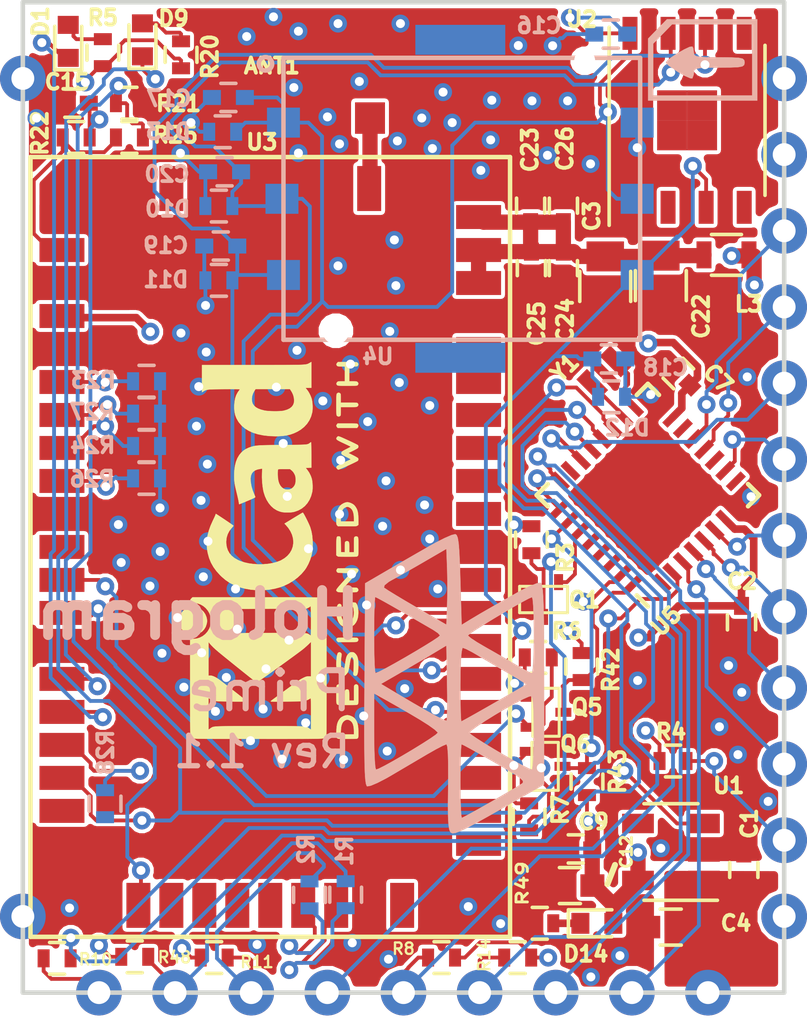
<source format=kicad_pcb>
(kicad_pcb (version 4) (host pcbnew 4.0.6)
  (title_block (title "PocketBeagle KiCAD") (date 2017-08-14) (comment 1 "Prototyped by: GHI Electronics, LLC") (comment 2 "Converted to KiCAD: QWERTY Embedded Design, LLC"))
  (layers (0 Top signal) (1 VDD signal hide) (2 DigitalGND signal hide) (31 Bottom signal) (34 B.Paste user) (35 F.Paste user) (36 B.SilkS user) (37 F.SilkS user) (38 B.Mask user) (39 F.Mask user) (44 Edge.Cuts user))
  (net 0 "")
  (net 1 GND)
  (net 2 "Net-(ANT1-Pad1)")
  (net 3 /UBLOX_RESET_N)
  (net 4 /UBLOX_SIM_VSIM)
  (net 5 /UBLOX_SIM_IO)
  (net 6 /UBLOX_SIM_CLK)
  (net 7 /UBLOX_SIM_RST)
  (net 8 /UBLOX_VCC)
  (net 9 "Net-(D1-Pad2)")
  (net 10 "Net-(D9-Pad2)")
  (net 11 /UBLOX_RXD)
  (net 12 /UBLOX_TXD)
  (net 13 /GPIO1)
  (net 14 /UBLOX_SARA_USB_D_P)
  (net 15 /GPIO2)
  (net 16 /UBLOX_SARA_USB_D_N)
  (net 17 /UBLOX_PWR_ON)
  (net 18 "Net-(R22-Pad1)")
  (net 19 "Net-(R23-Pad1)")
  (net 20 "Net-(R24-Pad1)")
  (net 21 "Net-(R26-Pad1)")
  (net 22 "Net-(R27-Pad1)")
  (net 23 "Net-(R28-Pad1)")
  (net 24 "Net-(D14-Pad1)")
  (net 25 "Net-(R10-Pad1)")
  (net 26 /USR_TCK_SWDCLK)
  (net 27 /USR_TDI)
  (net 28 /USR_TDO_SWO)
  (net 29 /BL_SCL)
  (net 30 /BL_SDA)
  (net 31 /USR_TMS_SWDIO)
  (net 32 /MOD_EN)
  (net 33 /USER_TX)
  (net 34 /USER_RX)
  (net 35 /STATUS1)
  (net 36 /STATUS2)
  (net 37 /SHIFTED_UBLOX_TX)
  (net 38 /SHIFTED_UBLOX_RX)
  (net 39 /SYS_TCK_SWDCLK)
  (net 40 /SYS_TMS_SWDIO)
  (net 41 /CARD_EDGE_STATUS_USB_D_P)
  (net 42 /CARD_EDGE_STATUS_USB_D_N)
  (net 43 /SPARE4)
  (net 44 /SPARE2)
  (net 45 /SPARE3)
  (net 46 MODULE_VIN_4V2_to_3V3)
  (net 47 REGULATED_3V3)
  (net 48 UBLOX_1V8_OUTPUT)
  (net 49 /UBLOX_RESET_N_OPENDRAIN)
  (net 50 "Net-(U1-Pad4)")
  (net 51 "Net-(U2-Pad2)")
  (net 52 "Net-(U2-Pad4)")
  (net 53 "Net-(U2-Pad5)")
  (net 54 /UBLOX_CTS)
  (net 55 "Net-(U3-Pad19)")
  (net 56 /GPIO3)
  (net 57 /GPIO4)
  (net 58 "Net-(U3-Pad26)")
  (net 59 "Net-(U3-Pad27)")
  (net 60 "Net-(U3-Pad31)")
  (net 61 "Net-(U3-Pad34)")
  (net 62 "Net-(U3-Pad35)")
  (net 63 "Net-(U3-Pad36)")
  (net 64 "Net-(U3-Pad37)")
  (net 65 /SIM_DET)
  (net 66 "Net-(U3-Pad44)")
  (net 67 "Net-(U3-Pad45)")
  (net 68 "Net-(U3-Pad46)")
  (net 69 "Net-(U3-Pad47)")
  (net 70 "Net-(U3-Pad48)")
  (net 71 "Net-(U3-Pad49)")
  (net 72 "Net-(U3-Pad62)")
  (net 73 "Net-(U4-Pad4)")
  (net 74 "Net-(U4-Pad8)")
  (net 75 /TXL_ON_N)
  (net 76 /EXP_CS)
  (net 77 /SPARE5)
  (net 78 /PWM_R)
  (net 79 /SPARE1)
  (net 80 "Net-(R28-Pad2)")
  (net 81 /JTAG_3V3)
  (net 82 "Net-(U5-Pad17)")
  (net 83 "Net-(U5-Pad18)")
  (net 84 /MOD_RESET)
  (net 85 /PWM_G)
  (net 86 /PWM_B)
  (module minimus-prime:via (layer Top) (at 149.58314 91.46286)
    (fp_text reference REF** hide)
    (fp_text value via hide)
    (pad 1 thru_hole circle (at 0 0) (size 0.59944 0.59944) (drill 0.29972) (layers *.Cu) (net 1 GND))
  )
  (module minimus-prime:via (layer Top) (at 151.02078 91.74988)
    (fp_text reference REF** hide)
    (fp_text value via hide)
    (pad 1 thru_hole circle (at 0 0) (size 0.59944 0.59944) (drill 0.29972) (layers *.Cu) (net 1 GND))
  )
  (module minimus-prime:via (layer Top) (at 144.82064 109.2454)
    (fp_text reference REF** hide)
    (fp_text value via hide)
    (pad 1 thru_hole circle (at 0 0) (size 0.59944 0.59944) (drill 0.29972) (layers *.Cu) (net 1 GND))
  )
  (module minimus-prime:via (layer Top) (at 148.02104 117.0813)
    (fp_text reference REF** hide)
    (fp_text value via hide)
    (pad 1 thru_hole circle (at 0 0) (size 0.59944 0.59944) (drill 0.29972) (layers *.Cu) (net 1 GND))
  )
  (module minimus-prime:via (layer Top) (at 146.94154 116.51234)
    (fp_text reference REF** hide)
    (fp_text value via hide)
    (pad 1 thru_hole circle (at 0 0) (size 0.59944 0.59944) (drill 0.29972) (layers *.Cu) (net 1 GND))
  )
  (module minimus-prime:via (layer Top) (at 152.00122 118.1481)
    (fp_text reference REF** hide)
    (fp_text value via hide)
    (pad 1 thru_hole circle (at 0 0) (size 0.59944 0.59944) (drill 0.29972) (layers *.Cu) (net 1 GND))
  )
  (module minimus-prime:via (layer Top) (at 156.2481 98.85172)
    (fp_text reference REF** hide)
    (fp_text value via hide)
    (pad 1 thru_hole circle (at 0 0) (size 0.59944 0.59944) (drill 0.29972) (layers *.Cu) (net 1 GND))
  )
  (module minimus-prime:via (layer Top) (at 152.59304 108.97362)
    (fp_text reference REF** hide)
    (fp_text value via hide)
    (pad 1 thru_hole circle (at 0 0) (size 0.59944 0.59944) (drill 0.29972) (layers *.Cu) (net 1 GND))
  )
  (module minimus-prime:via (layer Top) (at 155.6258 108.47324)
    (fp_text reference REF** hide)
    (fp_text value via hide)
    (pad 1 thru_hole circle (at 0 0) (size 0.59944 0.59944) (drill 0.29972) (layers *.Cu) (net 1 GND))
  )
  (module minimus-prime:via (layer Top) (at 156.06522 109.36732)
    (fp_text reference REF** hide)
    (fp_text value via hide)
    (pad 1 thru_hole circle (at 0 0) (size 0.59944 0.59944) (drill 0.29972) (layers *.Cu) (net 1 GND))
  )
  (module minimus-prime:via (layer Top) (at 155.321 110.51794)
    (fp_text reference REF** hide)
    (fp_text value via hide)
    (pad 1 thru_hole circle (at 0 0) (size 0.59944 0.59944) (drill 0.29972) (layers *.Cu) (net 1 GND))
  )
  (module minimus-prime:via (layer Top) (at 155.93822 111.44504)
    (fp_text reference REF** hide)
    (fp_text value via hide)
    (pad 1 thru_hole circle (at 0 0) (size 0.59944 0.59944) (drill 0.29972) (layers *.Cu) (net 1 GND))
  )
  (module minimus-prime:via (layer Top) (at 151.03094 118.85676)
    (fp_text reference REF** hide)
    (fp_text value via hide)
    (pad 1 thru_hole circle (at 0 0) (size 0.59944 0.59944) (drill 0.29972) (layers *.Cu) (net 1 GND))
  )
  (module minimus-prime:via (layer Top) (at 143.07058 117.71884)
    (fp_text reference REF** hide)
    (fp_text value via hide)
    (pad 1 thru_hole circle (at 0 0) (size 0.59944 0.59944) (drill 0.29972) (layers *.Cu) (net 1 GND))
  )
  (module minimus-prime:via (layer Top) (at 139.89558 117.77726)
    (fp_text reference REF** hide)
    (fp_text value via hide)
    (pad 1 thru_hole circle (at 0 0) (size 0.59944 0.59944) (drill 0.29972) (layers *.Cu) (net 1 GND))
  )
  (module minimus-prime:via (layer Top) (at 144.27962 118.26494)
    (fp_text reference REF** hide)
    (fp_text value via hide)
    (pad 1 thru_hole circle (at 0 0) (size 0.59944 0.59944) (drill 0.29972) (layers *.Cu) (net 1 GND))
  )
  (module minimus-prime:via (layer Top) (at 133.63956 116.5606)
    (fp_text reference REF** hide)
    (fp_text value via hide)
    (pad 1 thru_hole circle (at 0 0) (size 0.59944 0.59944) (drill 0.29972) (layers *.Cu) (net 1 GND))
  )
  (module minimus-prime:via (layer Top) (at 141.5161 110.38586)
    (fp_text reference REF** hide)
    (fp_text value via hide)
    (pad 1 thru_hole circle (at 0 0) (size 0.59944 0.59944) (drill 0.29972) (layers *.Cu) (net 1 GND))
  )
  (module minimus-prime:via (layer Top) (at 140.09624 109.92612)
    (fp_text reference REF** hide)
    (fp_text value via hide)
    (pad 1 thru_hole circle (at 0 0) (size 0.59944 0.59944) (drill 0.29972) (layers *.Cu) (net 1 GND))
  )
  (module minimus-prime:via (layer Top) (at 138.5062 110.00232)
    (fp_text reference REF** hide)
    (fp_text value via hide)
    (pad 1 thru_hole circle (at 0 0) (size 0.59944 0.59944) (drill 0.29972) (layers *.Cu) (net 1 GND))
  )
  (module minimus-prime:via (layer Top) (at 139.6746 110.98022)
    (fp_text reference REF** hide)
    (fp_text value via hide)
    (pad 1 thru_hole circle (at 0 0) (size 0.59944 0.59944) (drill 0.29972) (layers *.Cu) (net 1 GND))
  )
  (module minimus-prime:via (layer Top) (at 140.7287 111.5949)
    (fp_text reference REF** hide)
    (fp_text value via hide)
    (pad 1 thru_hole circle (at 0 0) (size 0.59944 0.59944) (drill 0.29972) (layers *.Cu) (net 1 GND))
  )
  (module minimus-prime:via (layer Top) (at 142.78102 111.61268)
    (fp_text reference REF** hide)
    (fp_text value via hide)
    (pad 1 thru_hole circle (at 0 0) (size 0.59944 0.59944) (drill 0.29972) (layers *.Cu) (net 1 GND))
  )
  (module minimus-prime:via (layer Top) (at 144.23644 111.32566)
    (fp_text reference REF** hide)
    (fp_text value via hide)
    (pad 1 thru_hole circle (at 0 0) (size 0.59944 0.59944) (drill 0.29972) (layers *.Cu) (net 1 GND))
  )
  (module minimus-prime:via (layer Top) (at 143.45158 110.15726)
    (fp_text reference REF** hide)
    (fp_text value via hide)
    (pad 1 thru_hole circle (at 0 0) (size 0.59944 0.59944) (drill 0.29972) (layers *.Cu) (net 1 GND))
  )
  (module minimus-prime:via (layer Top) (at 142.01394 108.89234)
    (fp_text reference REF** hide)
    (fp_text value via hide)
    (pad 1 thru_hole circle (at 0 0) (size 0.59944 0.59944) (drill 0.29972) (layers *.Cu) (net 1 GND))
  )
  (module minimus-prime:via (layer Top) (at 140.19276 108.585)
    (fp_text reference REF** hide)
    (fp_text value via hide)
    (pad 1 thru_hole circle (at 0 0) (size 0.59944 0.59944) (drill 0.29972) (layers *.Cu) (net 1 GND))
  )
  (module minimus-prime:via (layer Top) (at 138.86942 108.87202)
    (fp_text reference REF** hide)
    (fp_text value via hide)
    (pad 1 thru_hole circle (at 0 0) (size 0.59944 0.59944) (drill 0.29972) (layers *.Cu) (net 1 GND))
  )
  (module minimus-prime:via (layer Top) (at 140.95984 107.62742)
    (fp_text reference REF** hide)
    (fp_text value via hide)
    (pad 1 thru_hole circle (at 0 0) (size 0.59944 0.59944) (drill 0.29972) (layers *.Cu) (net 1 GND))
  )
  (module minimus-prime:via (layer Top) (at 139.23518 107.26166)
    (fp_text reference REF** hide)
    (fp_text value via hide)
    (pad 1 thru_hole circle (at 0 0) (size 0.59944 0.59944) (drill 0.29972) (layers *.Cu) (net 1 GND))
  )
  (module minimus-prime:via (layer Top) (at 138.04646 108.04906)
    (fp_text reference REF** hide)
    (fp_text value via hide)
    (pad 1 thru_hole circle (at 0 0) (size 0.59944 0.59944) (drill 0.29972) (layers *.Cu) (net 1 GND))
  )
  (module minimus-prime:via (layer Top) (at 137.4521 109.19714)
    (fp_text reference REF** hide)
    (fp_text value via hide)
    (pad 1 thru_hole circle (at 0 0) (size 0.59944 0.59944) (drill 0.29972) (layers *.Cu) (net 1 GND))
  )
  (module minimus-prime:via (layer Top) (at 136.72312 108.06684)
    (fp_text reference REF** hide)
    (fp_text value via hide)
    (pad 1 thru_hole circle (at 0 0) (size 0.59944 0.59944) (drill 0.29972) (layers *.Cu) (net 1 GND))
  )
  (module minimus-prime:via (layer Top) (at 137.24128 106.87812)
    (fp_text reference REF** hide)
    (fp_text value via hide)
    (pad 1 thru_hole circle (at 0 0) (size 0.59944 0.59944) (drill 0.29972) (layers *.Cu) (net 1 GND))
  )
  (module minimus-prime:via (layer Top) (at 139.17676 105.92054)
    (fp_text reference REF** hide)
    (fp_text value via hide)
    (pad 1 thru_hole circle (at 0 0) (size 0.59944 0.59944) (drill 0.29972) (layers *.Cu) (net 1 GND))
  )
  (module minimus-prime:via (layer Top) (at 138.10234 105.51668)
    (fp_text reference REF** hide)
    (fp_text value via hide)
    (pad 1 thru_hole circle (at 0 0) (size 0.59944 0.59944) (drill 0.29972) (layers *.Cu) (net 1 GND))
  )
  (module minimus-prime:via (layer Top) (at 136.3218 105.82402)
    (fp_text reference REF** hide)
    (fp_text value via hide)
    (pad 1 thru_hole circle (at 0 0) (size 0.59944 0.59944) (drill 0.29972) (layers *.Cu) (net 1 GND))
  )
  (module minimus-prime:via (layer Top) (at 138.25728 104.3305)
    (fp_text reference REF** hide)
    (fp_text value via hide)
    (pad 1 thru_hole circle (at 0 0) (size 0.59944 0.59944) (drill 0.29972) (layers *.Cu) (net 1 GND))
  )
  (module minimus-prime:via (layer Top) (at 136.6647 104.6734)
    (fp_text reference REF** hide)
    (fp_text value via hide)
    (pad 1 thru_hole circle (at 0 0) (size 0.59944 0.59944) (drill 0.29972) (layers *.Cu) (net 1 GND))
  )
  (module minimus-prime:via (layer Top) (at 135.36168 105.03916)
    (fp_text reference REF** hide)
    (fp_text value via hide)
    (pad 1 thru_hole circle (at 0 0) (size 0.59944 0.59944) (drill 0.29972) (layers *.Cu) (net 1 GND))
  )
  (module minimus-prime:via (layer Top) (at 135.2677 103.77424)
    (fp_text reference REF** hide)
    (fp_text value via hide)
    (pad 1 thru_hole circle (at 0 0) (size 0.59944 0.59944) (drill 0.29972) (layers *.Cu) (net 1 GND))
  )
  (module minimus-prime:via (layer Top) (at 138.02614 102.96906)
    (fp_text reference REF** hide)
    (fp_text value via hide)
    (pad 1 thru_hole circle (at 0 0) (size 0.59944 0.59944) (drill 0.29972) (layers *.Cu) (net 1 GND))
  )
  (module minimus-prime:via (layer Top) (at 143.5481 106.45648)
    (fp_text reference REF** hide)
    (fp_text value via hide)
    (pad 1 thru_hole circle (at 0 0) (size 0.59944 0.59944) (drill 0.29972) (layers *.Cu) (net 1 GND))
  )
  (module minimus-prime:via (layer Top) (at 145.923 105.92054)
    (fp_text reference REF** hide)
    (fp_text value via hide)
    (pad 1 thru_hole circle (at 0 0) (size 0.59944 0.59944) (drill 0.29972) (layers *.Cu) (net 1 GND))
  )
  (module minimus-prime:via (layer Top) (at 144.6784 105.28808)
    (fp_text reference REF** hide)
    (fp_text value via hide)
    (pad 1 thru_hole circle (at 0 0) (size 0.59944 0.59944) (drill 0.29972) (layers *.Cu) (net 1 GND))
  )
  (module minimus-prime:via (layer Top) (at 143.04772 105.4227)
    (fp_text reference REF** hide)
    (fp_text value via hide)
    (pad 1 thru_hole circle (at 0 0) (size 0.59944 0.59944) (drill 0.29972) (layers *.Cu) (net 1 GND))
  )
  (module minimus-prime:via (layer Top) (at 141.61008 104.57942)
    (fp_text reference REF** hide)
    (fp_text value via hide)
    (pad 1 thru_hole circle (at 0 0) (size 0.59944 0.59944) (drill 0.29972) (layers *.Cu) (net 1 GND))
  )
  (module minimus-prime:via (layer Top) (at 140.90142 102.83444)
    (fp_text reference REF** hide)
    (fp_text value via hide)
    (pad 1 thru_hole circle (at 0 0) (size 0.59944 0.59944) (drill 0.29972) (layers *.Cu) (net 1 GND))
  )
  (module minimus-prime:via (layer Top) (at 142.6464 103.4288)
    (fp_text reference REF** hide)
    (fp_text value via hide)
    (pad 1 thru_hole circle (at 0 0) (size 0.59944 0.59944) (drill 0.29972) (layers *.Cu) (net 1 GND))
  )
  (module minimus-prime:via (layer Top) (at 144.08404 103.83012)
    (fp_text reference REF** hide)
    (fp_text value via hide)
    (pad 1 thru_hole circle (at 0 0) (size 0.59944 0.59944) (drill 0.29972) (layers *.Cu) (net 1 GND))
  )
  (module minimus-prime:via (layer Top) (at 145.6563 104.25176)
    (fp_text reference REF** hide)
    (fp_text value via hide)
    (pad 1 thru_hole circle (at 0 0) (size 0.59944 0.59944) (drill 0.29972) (layers *.Cu) (net 1 GND))
  )
  (module minimus-prime:via (layer Top) (at 145.48358 103.12146)
    (fp_text reference REF** hide)
    (fp_text value via hide)
    (pad 1 thru_hole circle (at 0 0) (size 0.59944 0.59944) (drill 0.29972) (layers *.Cu) (net 1 GND))
  )
  (module minimus-prime:via (layer Top) (at 144.19834 102.31628)
    (fp_text reference REF** hide)
    (fp_text value via hide)
    (pad 1 thru_hole circle (at 0 0) (size 0.59944 0.59944) (drill 0.29972) (layers *.Cu) (net 1 GND))
  )
  (module minimus-prime:via (layer Top) (at 142.6845 101.62794)
    (fp_text reference REF** hide)
    (fp_text value via hide)
    (pad 1 thru_hole circle (at 0 0) (size 0.59944 0.59944) (drill 0.29972) (layers *.Cu) (net 1 GND))
  )
  (module minimus-prime:via (layer Top) (at 140.7668 101.07168)
    (fp_text reference REF** hide)
    (fp_text value via hide)
    (pad 1 thru_hole circle (at 0 0) (size 0.59944 0.59944) (drill 0.29972) (layers *.Cu) (net 1 GND))
  )
  (module minimus-prime:via (layer Top) (at 138.23696 101.76002)
    (fp_text reference REF** hide)
    (fp_text value via hide)
    (pad 1 thru_hole circle (at 0 0) (size 0.59944 0.59944) (drill 0.29972) (layers *.Cu) (net 1 GND))
  )
  (module minimus-prime:via (layer Top) (at 137.87374 100.4951)
    (fp_text reference REF** hide)
    (fp_text value via hide)
    (pad 1 thru_hole circle (at 0 0) (size 0.59944 0.59944) (drill 0.29972) (layers *.Cu) (net 1 GND))
  )
  (module minimus-prime:via (layer Top) (at 137.94994 99.1743)
    (fp_text reference REF** hide)
    (fp_text value via hide)
    (pad 1 thru_hole circle (at 0 0) (size 0.59944 0.59944) (drill 0.29972) (layers *.Cu) (net 1 GND))
  )
  (module minimus-prime:via (layer Top) (at 138.19886 98.02368)
    (fp_text reference REF** hide)
    (fp_text value via hide)
    (pad 1 thru_hole circle (at 0 0) (size 0.59944 0.59944) (drill 0.29972) (layers *.Cu) (net 1 GND))
  )
  (module minimus-prime:via (layer Top) (at 137.35558 97.39122)
    (fp_text reference REF** hide)
    (fp_text value via hide)
    (pad 1 thru_hole circle (at 0 0) (size 0.59944 0.59944) (drill 0.29972) (layers *.Cu) (net 1 GND))
  )
  (module minimus-prime:via (layer Top) (at 140.5382 99.19208)
    (fp_text reference REF** hide)
    (fp_text value via hide)
    (pad 1 thru_hole circle (at 0 0) (size 0.59944 0.59944) (drill 0.29972) (layers *.Cu) (net 1 GND))
  )
  (module minimus-prime:via (layer Top) (at 142.09014 99.65182)
    (fp_text reference REF** hide)
    (fp_text value via hide)
    (pad 1 thru_hole circle (at 0 0) (size 0.59944 0.59944) (drill 0.29972) (layers *.Cu) (net 1 GND))
  )
  (module minimus-prime:via (layer Top) (at 143.5862 100.3427)
    (fp_text reference REF** hide)
    (fp_text value via hide)
    (pad 1 thru_hole circle (at 0 0) (size 0.59944 0.59944) (drill 0.29972) (layers *.Cu) (net 1 GND))
  )
  (module minimus-prime:via (layer Top) (at 145.6563 99.80676)
    (fp_text reference REF** hide)
    (fp_text value via hide)
    (pad 1 thru_hole circle (at 0 0) (size 0.59944 0.59944) (drill 0.29972) (layers *.Cu) (net 1 GND))
  )
  (module minimus-prime:via (layer Top) (at 144.6403 99.03968)
    (fp_text reference REF** hide)
    (fp_text value via hide)
    (pad 1 thru_hole circle (at 0 0) (size 0.59944 0.59944) (drill 0.29972) (layers *.Cu) (net 1 GND))
  )
  (module minimus-prime:via (layer Top) (at 143.00962 98.425)
    (fp_text reference REF** hide)
    (fp_text value via hide)
    (pad 1 thru_hole circle (at 0 0) (size 0.59944 0.59944) (drill 0.29972) (layers *.Cu) (net 1 GND))
  )
  (module minimus-prime:via (layer Top) (at 141.22654 97.96526)
    (fp_text reference REF** hide)
    (fp_text value via hide)
    (pad 1 thru_hole circle (at 0 0) (size 0.59944 0.59944) (drill 0.29972) (layers *.Cu) (net 1 GND))
  )
  (module minimus-prime:via (layer Top) (at 147.36064 91.96578)
    (fp_text reference REF** hide)
    (fp_text value via hide)
    (pad 1 thru_hole circle (at 0 0) (size 0.59944 0.59944) (drill 0.29972) (layers *.Cu) (net 1 GND))
  )
  (module minimus-prime:via (layer Top) (at 147.6883 90.94978)
    (fp_text reference REF** hide)
    (fp_text value via hide)
    (pad 1 thru_hole circle (at 0 0) (size 0.59944 0.59944) (drill 0.29972) (layers *.Cu) (net 1 GND))
  )
  (module minimus-prime:via (layer Top) (at 150.25624 89.64676)
    (fp_text reference REF** hide)
    (fp_text value via hide)
    (pad 1 thru_hole circle (at 0 0) (size 0.59944 0.59944) (drill 0.29972) (layers *.Cu) (net 1 GND))
  )
  (module minimus-prime:via (layer Top) (at 149.75586 87.81034)
    (fp_text reference REF** hide)
    (fp_text value via hide)
    (pad 1 thru_hole circle (at 0 0) (size 0.59944 0.59944) (drill 0.29972) (layers *.Cu) (net 1 GND))
  )
  (module minimus-prime:via (layer Top) (at 148.61032 87.80272)
    (fp_text reference REF** hide)
    (fp_text value via hide)
    (pad 1 thru_hole circle (at 0 0) (size 0.59944 0.59944) (drill 0.29972) (layers *.Cu) (net 1 GND))
  )
  (module minimus-prime:via (layer Top) (at 149.06752 89.64676)
    (fp_text reference REF** hide)
    (fp_text value via hide)
    (pad 1 thru_hole circle (at 0 0) (size 0.59944 0.59944) (drill 0.29972) (layers *.Cu) (net 1 GND))
  )
  (module minimus-prime:via (layer Top) (at 147.7264 89.62644)
    (fp_text reference REF** hide)
    (fp_text value via hide)
    (pad 1 thru_hole circle (at 0 0) (size 0.59944 0.59944) (drill 0.29972) (layers *.Cu) (net 1 GND))
  )
  (module minimus-prime:via (layer Top) (at 142.24254 90.1827)
    (fp_text reference REF** hide)
    (fp_text value via hide)
    (pad 1 thru_hole circle (at 0 0) (size 0.59944 0.59944) (drill 0.29972) (layers *.Cu) (net 1 GND))
  )
  (module minimus-prime:via (layer Top) (at 140.44168 86.84768)
    (fp_text reference REF** hide)
    (fp_text value via hide)
    (pad 1 thru_hole circle (at 0 0) (size 0.59944 0.59944) (drill 0.29972) (layers *.Cu) (net 1 GND))
  )
  (module Capacitors_SMD:C_0402 (layer Top) (at 150.52684 114.58956 180)
    (fp_text reference C9 (at -0.59554 0.90678 180) (layer F.SilkS) (effects (font (size 0.508 0.508) (thickness 0.127))))
    (fp_text value 100n)
    (pad 1 smd rect (at -0.55 0 180) (size 0.6 0.5) (layers Top F.Paste F.Mask) (net 47 REGULATED_3V3))
    (pad 2 smd rect (at 0.55 0 180) (size 0.6 0.5) (layers Top F.Paste F.Mask) (net 1 GND))
  )
  (module minimus-prime:via (layer Top) (at 144.3228 97.3328)
    (fp_text reference REF** hide)
    (fp_text value via hide)
    (pad 1 thru_hole circle (at 0 0) (size 0.59944 0.59944) (drill 0.29972) (layers *.Cu) (net 1 GND))
  )
  (module minimus-prime:via (layer Top) (at 142.5956 95.1484)
    (fp_text reference REF** hide)
    (fp_text value via hide)
    (pad 1 thru_hole circle (at 0 0) (size 0.59944 0.59944) (drill 0.29972) (layers *.Cu) (net 1 GND))
  )
  (module minimus-prime:via (layer Top) (at 144.4752 94.2848)
    (fp_text reference REF** hide)
    (fp_text value via hide)
    (pad 1 thru_hole circle (at 0 0) (size 0.59944 0.59944) (drill 0.29972) (layers *.Cu) (net 1 GND))
  )
  (module minimus-prime:via (layer Top) (at 144.526 95.8088)
    (fp_text reference REF** hide)
    (fp_text value via hide)
    (pad 1 thru_hole circle (at 0 0) (size 0.59944 0.59944) (drill 0.29972) (layers *.Cu) (net 1 GND))
  )
  (module minimus-prime:via (layer Top) (at 146.4056 90.3732)
    (fp_text reference REF** hide)
    (fp_text value via hide)
    (pad 1 thru_hole circle (at 0 0) (size 0.59944 0.59944) (drill 0.29972) (layers *.Cu) (net 1 GND))
  )
  (module minimus-prime:via (layer Top) (at 145.7452 91.2368)
    (fp_text reference REF** hide)
    (fp_text value via hide)
    (pad 1 thru_hole circle (at 0 0) (size 0.59944 0.59944) (drill 0.29972) (layers *.Cu) (net 1 GND))
  )
  (module minimus-prime:via (layer Top) (at 141.2748 91.3892)
    (fp_text reference REF** hide)
    (fp_text value via hide)
    (pad 1 thru_hole circle (at 0 0) (size 0.59944 0.59944) (drill 0.29972) (layers *.Cu) (net 1 GND))
  )
  (module minimus-prime:via (layer Top) (at 142.6464 91.0844)
    (fp_text reference REF** hide)
    (fp_text value via hide)
    (pad 1 thru_hole circle (at 0 0) (size 0.59944 0.59944) (drill 0.29972) (layers *.Cu) (net 1 GND))
  )
  (module minimus-prime:via (layer Top) (at 141.1224 89.2048)
    (fp_text reference REF** hide)
    (fp_text value via hide)
    (pad 1 thru_hole circle (at 0 0) (size 0.59944 0.59944) (drill 0.29972) (layers *.Cu) (net 1 GND))
  )
  (module minimus-prime:via (layer Top) (at 141.2748 87.3252)
    (fp_text reference REF** hide)
    (fp_text value via hide)
    (pad 1 thru_hole circle (at 0 0) (size 0.59944 0.59944) (drill 0.29972) (layers *.Cu) (net 1 GND))
  )
  (module minimus-prime:via (layer Top) (at 143.3068 89.0016)
    (fp_text reference REF** hide)
    (fp_text value via hide)
    (pad 1 thru_hole circle (at 0 0) (size 0.59944 0.59944) (drill 0.29972) (layers *.Cu) (net 1 GND))
  )
  (module minimus-prime:via (layer Top) (at 142.5956 87.0712)
    (fp_text reference REF** hide)
    (fp_text value via hide)
    (pad 1 thru_hole circle (at 0 0) (size 0.59944 0.59944) (drill 0.29972) (layers *.Cu) (net 1 GND))
  )
  (module minimus-prime:via (layer Top) (at 144.6784 87.0712)
    (fp_text reference REF** hide)
    (fp_text value via hide)
    (pad 1 thru_hole circle (at 0 0) (size 0.59944 0.59944) (drill 0.29972) (layers *.Cu) (net 1 GND))
  )
  (module minimus-prime:via (layer Top) (at 146.1008 89.3572)
    (fp_text reference REF** hide)
    (fp_text value via hide)
    (pad 1 thru_hole circle (at 0 0) (size 0.59944 0.59944) (drill 0.29972) (layers *.Cu) (net 1 GND))
  )
  (module minimus-prime:via (layer Top) (at 145.3896 90.2208)
    (fp_text reference REF** hide)
    (fp_text value via hide)
    (pad 1 thru_hole circle (at 0 0) (size 0.59944 0.59944) (drill 0.29972) (layers *.Cu) (net 1 GND))
  )
  (module Capacitors_SMD:C_0402 (layer Top) (at 156.0576 107.0356 270)
    (fp_text reference C2 (at -1.36652 -0.01778 360) (layer F.SilkS) (effects (font (size 0.508 0.508) (thickness 0.127))))
    (fp_text value C)
    (pad 1 smd rect (at -0.55 0 270) (size 0.6 0.5) (layers Top F.Paste F.Mask) (net 47 REGULATED_3V3))
    (pad 2 smd rect (at 0.55 0 270) (size 0.6 0.5) (layers Top F.Paste F.Mask) (net 1 GND))
  )
  (module Housings_DFN_QFN:QFN-32-1EP_5x5mm_Pitch0.5mm (layer Top) (at 152.9334 102.794359 135)
    (fp_text reference U5 (at -3.404918 -2.535629 225) (layer F.SilkS) (effects (font (size 0.508 0.508) (thickness 0.127))))
    (fp_text value MKL17Z256VFM4)
    (pad 1 smd rect (at -2.4 -1.75 135) (size 0.7 0.25) (layers Top F.Paste F.Mask) (net 75 /TXL_ON_N))
    (pad 2 smd rect (at -2.4 -1.25 135) (size 0.7 0.25) (layers Top F.Paste F.Mask) (net 35 /STATUS1))
    (pad 3 smd rect (at -2.4 -0.75 135) (size 0.7 0.25) (layers Top F.Paste F.Mask) (net 76 /EXP_CS))
    (pad 4 smd rect (at -2.4 -0.25 135) (size 0.7 0.25) (layers Top F.Paste F.Mask) (net 26 /USR_TCK_SWDCLK))
    (pad 5 smd rect (at -2.4 0.25 135) (size 0.7 0.25) (layers Top F.Paste F.Mask) (net 27 /USR_TDI))
    (pad 6 smd rect (at -2.4 0.75 135) (size 0.7 0.25) (layers Top F.Paste F.Mask) (net 28 /USR_TDO_SWO))
    (pad 7 smd rect (at -2.4 1.25 135) (size 0.7 0.25) (layers Top F.Paste F.Mask) (net 47 REGULATED_3V3))
    (pad 8 smd rect (at -2.4 1.75 135) (size 0.7 0.25) (layers Top F.Paste F.Mask) (net 1 GND))
    (pad 9 smd rect (at -1.75 2.4 225) (size 0.7 0.25) (layers Top F.Paste F.Mask) (net 43 /SPARE4))
    (pad 10 smd rect (at -1.25 2.4 225) (size 0.7 0.25) (layers Top F.Paste F.Mask) (net 39 /SYS_TCK_SWDCLK))
    (pad 11 smd rect (at -0.75 2.4 225) (size 0.7 0.25) (layers Top F.Paste F.Mask) (net 44 /SPARE2))
    (pad 12 smd rect (at -0.25 2.4 225) (size 0.7 0.25) (layers Top F.Paste F.Mask) (net 45 /SPARE3))
    (pad 13 smd rect (at 0.25 2.4 225) (size 0.7 0.25) (layers Top F.Paste F.Mask) (net 40 /SYS_TMS_SWDIO))
    (pad 14 smd rect (at 0.75 2.4 225) (size 0.7 0.25) (layers Top F.Paste F.Mask) (net 77 /SPARE5))
    (pad 15 smd rect (at 1.25 2.4 225) (size 0.7 0.25) (layers Top F.Paste F.Mask) (net 47 REGULATED_3V3))
    (pad 16 smd rect (at 1.75 2.4 225) (size 0.7 0.25) (layers Top F.Paste F.Mask) (net 1 GND))
    (pad 17 smd rect (at 2.4 1.75 135) (size 0.7 0.25) (layers Top F.Paste F.Mask) (net 82 "Net-(U5-Pad17)"))
    (pad 18 smd rect (at 2.4 1.25 135) (size 0.7 0.25) (layers Top F.Paste F.Mask) (net 83 "Net-(U5-Pad18)"))
    (pad 19 smd rect (at 2.4 0.75 135) (size 0.7 0.25) (layers Top F.Paste F.Mask) (net 84 /MOD_RESET))
    (pad 20 smd rect (at 2.4 0.25 135) (size 0.7 0.25) (layers Top F.Paste F.Mask) (net 29 /BL_SCL))
    (pad 21 smd rect (at 2.4 -0.25 135) (size 0.7 0.25) (layers Top F.Paste F.Mask) (net 30 /BL_SDA))
    (pad 22 smd rect (at 2.4 -0.75 135) (size 0.7 0.25) (layers Top F.Paste F.Mask) (net 31 /USR_TMS_SWDIO))
    (pad 23 smd rect (at 2.4 -1.25 135) (size 0.7 0.25) (layers Top F.Paste F.Mask) (net 78 /PWM_R))
    (pad 24 smd rect (at 2.4 -1.75 135) (size 0.7 0.25) (layers Top F.Paste F.Mask) (net 34 /USER_RX))
    (pad 25 smd rect (at 1.75 -2.4 225) (size 0.7 0.25) (layers Top F.Paste F.Mask) (net 33 /USER_TX))
    (pad 26 smd rect (at 1.25 -2.4 225) (size 0.7 0.25) (layers Top F.Paste F.Mask) (net 36 /STATUS2))
    (pad 27 smd rect (at 0.75 -2.4 225) (size 0.7 0.25) (layers Top F.Paste F.Mask) (net 49 /UBLOX_RESET_N_OPENDRAIN))
    (pad 28 smd rect (at 0.25 -2.4 225) (size 0.7 0.25) (layers Top F.Paste F.Mask) (net 79 /SPARE1))
    (pad 29 smd rect (at -0.25 -2.4 225) (size 0.7 0.25) (layers Top F.Paste F.Mask) (net 85 /PWM_G))
    (pad 30 smd rect (at -0.75 -2.4 225) (size 0.7 0.25) (layers Top F.Paste F.Mask) (net 86 /PWM_B))
    (pad 31 smd rect (at -1.25 -2.4 225) (size 0.7 0.25) (layers Top F.Paste F.Mask) (net 38 /SHIFTED_UBLOX_RX))
    (pad 32 smd rect (at -1.75 -2.4 225) (size 0.7 0.25) (layers Top F.Paste F.Mask) (net 37 /SHIFTED_UBLOX_TX))
    (pad 33 smd rect (at 0.8625 0.8625 135) (size 1.725 1.725) (layers Top F.Paste F.Mask) (net 1 GND))
    (pad 33 smd rect (at 0.8625 -0.8625 135) (size 1.725 1.725) (layers Top F.Paste F.Mask) (net 1 GND))
    (pad 33 smd rect (at -0.8625 0.8625 135) (size 1.725 1.725) (layers Top F.Paste F.Mask) (net 1 GND))
    (pad 33 smd rect (at -0.8625 -0.8625 135) (size 1.725 1.725) (layers Top F.Paste F.Mask) (net 1 GND))
  )
  (module minimus-prime:Minimus-Prime-Edge-Extended (layer Top) (at 134.62 119.38)
    (fp_text reference J1 hide)
    (fp_text value CONN_01X23 hide)
    (pad 11 thru_hole circle (at 22.86 -2.54) (size 1.524 1.524) (drill 0.762) (layers *.Cu *.Mask) (net 1 GND))
    (pad 12 thru_hole circle (at 22.86 -5.08) (size 1.524 1.524) (drill 0.762) (layers *.Cu *.Mask) (net 81 /JTAG_3V3))
    (pad 13 thru_hole circle (at 22.86 -7.62) (size 1.524 1.524) (drill 0.762) (layers *.Cu *.Mask) (net 76 /EXP_CS))
    (pad 14 thru_hole circle (at 22.86 -10.16) (size 1.524 1.524) (drill 0.762) (layers *.Cu *.Mask) (net 26 /USR_TCK_SWDCLK))
    (pad 15 thru_hole circle (at 22.86 -12.7) (size 1.524 1.524) (drill 0.762) (layers *.Cu *.Mask) (net 27 /USR_TDI))
    (pad 1 thru_hole circle (at -2.54 -2.54) (size 1.524 1.524) (drill 0.762) (layers *.Cu *.Mask) (net 1 GND))
    (pad 2 thru_hole circle (at 0 0) (size 1.524 1.524) (drill 0.762) (layers *.Cu *.Mask) (net 32 /MOD_EN))
    (pad 3 thru_hole circle (at 2.54 0) (size 1.524 1.524) (drill 0.762) (layers *.Cu *.Mask) (net 41 /CARD_EDGE_STATUS_USB_D_P))
    (pad 4 thru_hole circle (at 5.08 0) (size 1.524 1.524) (drill 0.762) (layers *.Cu *.Mask) (net 42 /CARD_EDGE_STATUS_USB_D_N))
    (pad 5 thru_hole circle (at 7.62 0) (size 1.524 1.524) (drill 0.762) (layers *.Cu *.Mask) (net 84 /MOD_RESET))
    (pad 6 thru_hole circle (at 10.16 0) (size 1.524 1.524) (drill 0.762) (layers *.Cu *.Mask) (net 29 /BL_SCL))
    (pad 7 thru_hole circle (at 12.7 0) (size 1.524 1.524) (drill 0.762) (layers *.Cu *.Mask) (net 30 /BL_SDA))
    (pad 8 thru_hole circle (at 15.24 0) (size 1.524 1.524) (drill 0.762) (layers *.Cu *.Mask) (net 33 /USER_TX))
    (pad 9 thru_hole circle (at 17.78 0) (size 1.524 1.524) (drill 0.762) (layers *.Cu *.Mask) (net 34 /USER_RX))
    (pad 10 thru_hole circle (at 20.32 0) (size 1.524 1.524) (drill 0.762) (layers *.Cu *.Mask) (net 46 MODULE_VIN_4V2_to_3V3))
    (pad 22 thru_hole circle (at 22.86 -30.48) (size 1.524 1.524) (drill 0.762) (layers *.Cu *.Mask) (net 1 GND))
    (pad 23 thru_hole circle (at -2.54 -30.48) (size 1.524 1.524) (drill 0.762) (layers *.Cu *.Mask) (net 1 GND))
    (pad 16 thru_hole circle (at 22.86 -15.24) (size 1.524 1.524) (drill 0.762) (layers *.Cu *.Mask) (net 28 /USR_TDO_SWO))
    (pad 17 thru_hole circle (at 22.86 -17.78) (size 1.524 1.524) (drill 0.762) (layers *.Cu *.Mask) (net 39 /SYS_TCK_SWDCLK))
    (pad 18 thru_hole circle (at 22.86 -20.32) (size 1.524 1.524) (drill 0.762) (layers *.Cu *.Mask) (net 31 /USR_TMS_SWDIO))
    (pad 19 thru_hole circle (at 22.86 -22.86) (size 1.524 1.524) (drill 0.762) (layers *.Cu *.Mask) (net 45 /SPARE3))
    (pad 20 thru_hole circle (at 22.86 -25.4) (size 1.524 1.524) (drill 0.762) (layers *.Cu *.Mask) (net 40 /SYS_TMS_SWDIO))
    (pad 21 thru_hole circle (at 22.86 -27.94) (size 1.524 1.524) (drill 0.762) (layers *.Cu *.Mask) (net 46 MODULE_VIN_4V2_to_3V3))
  )
  (module minimus-prime:via (layer Top) (at 139.5476 87.503)
    (fp_text reference REF** hide)
    (fp_text value via hide)
    (pad 1 thru_hole circle (at 0 0) (size 0.59944 0.59944) (drill 0.29972) (layers *.Cu) (net 1 GND))
  )
  (module minimus-prime:via (layer Top) (at 144.5768 90.9828)
    (fp_text reference REF** hide)
    (fp_text value via hide)
    (pad 1 thru_hole circle (at 0 0) (size 0.59944 0.59944) (drill 0.29972) (layers *.Cu) (net 1 GND))
  )
  (module beaglephone-pocket:SARA-G3-U2 (layer Top) (at 140.335 104.521)
    (fp_text reference U3 (at -0.2794 -13.49756 180) (layer F.SilkS) (effects (font (size 0.508 0.508) (thickness 0.127))))
    (fp_text value SARA-U260)
    (pad 1 smd rect (at -6.95 -11) (size 1.5 0.8) (layers Top F.Paste F.Mask) (net 1 GND))
    (pad 2 smd rect (at -6.95 -9.9) (size 1.5 0.8) (layers Top F.Paste F.Mask) (net 18 "Net-(R22-Pad1)"))
    (pad 3 smd rect (at -6.95 -8.8) (size 1.5 0.8) (layers Top F.Paste F.Mask) (net 1 GND))
    (pad 4 smd rect (at -6.95 -7.7) (size 1.5 0.8) (layers Top F.Paste F.Mask) (net 48 UBLOX_1V8_OUTPUT))
    (pad 5 smd rect (at -6.95 -6.6) (size 1.5 0.8) (layers Top F.Paste F.Mask) (net 1 GND))
    (pad 6 smd rect (at -6.95 -5.5) (size 1.5 0.8) (layers Top F.Paste F.Mask) (net 19 "Net-(R23-Pad1)"))
    (pad 7 smd rect (at -6.95 -4.4) (size 1.5 0.8) (layers Top F.Paste F.Mask) (net 22 "Net-(R27-Pad1)"))
    (pad 8 smd rect (at -6.95 -3.3) (size 1.5 0.8) (layers Top F.Paste F.Mask) (net 20 "Net-(R24-Pad1)"))
    (pad 9 smd rect (at -6.95 -2.2) (size 1.5 0.8) (layers Top F.Paste F.Mask) (net 21 "Net-(R26-Pad1)"))
    (pad 10 smd rect (at -6.95 -1.1) (size 1.5 0.8) (layers Top F.Paste F.Mask) (net 1 GND))
    (pad 11 smd rect (at -6.95 0) (size 1.5 0.8) (layers Top F.Paste F.Mask) (net 54 /UBLOX_CTS))
    (pad 12 smd rect (at -6.95 1.1) (size 1.5 0.8) (layers Top F.Paste F.Mask) (net 12 /UBLOX_TXD))
    (pad 13 smd rect (at -6.95 2.2) (size 1.5 0.8) (layers Top F.Paste F.Mask) (net 11 /UBLOX_RXD))
    (pad 14 smd rect (at -6.95 3.3) (size 1.5 0.8) (layers Top F.Paste F.Mask) (net 1 GND))
    (pad 15 smd rect (at -6.95 4.4) (size 1.5 0.8) (layers Top F.Paste F.Mask) (net 17 /UBLOX_PWR_ON))
    (pad 16 smd rect (at -6.95 5.5) (size 1.5 0.8) (layers Top F.Paste F.Mask) (net 13 /GPIO1))
    (pad 17 smd rect (at -6.95 6.6) (size 1.5 0.8) (layers Top F.Paste F.Mask) (net 23 "Net-(R28-Pad1)"))
    (pad 18 smd rect (at -6.95 7.7) (size 1.5 0.8) (layers Top F.Paste F.Mask) (net 3 /UBLOX_RESET_N))
    (pad 19 smd rect (at -6.95 8.8) (size 1.5 0.8) (layers Top F.Paste F.Mask) (net 55 "Net-(U3-Pad19)"))
    (pad 20 smd rect (at -6.95 9.9) (size 1.5 0.8) (layers Top F.Paste F.Mask) (net 1 GND))
    (pad 21 smd rect (at -6.95 11) (size 1.5 0.8) (layers Top F.Paste F.Mask) (net 1 GND))
    (pad 22 smd rect (at -5.5 11.95) (size 0.8 1.5) (layers Top F.Paste F.Mask) (net 1 GND))
    (pad 23 smd rect (at -4.4 11.95) (size 0.8 1.5) (layers Top F.Paste F.Mask) (net 15 /GPIO2))
    (pad 24 smd rect (at -3.3 11.95) (size 0.8 1.5) (layers Top F.Paste F.Mask) (net 56 /GPIO3))
    (pad 25 smd rect (at -2.2 11.95) (size 0.8 1.5) (layers Top F.Paste F.Mask) (net 57 /GPIO4))
    (pad 26 smd rect (at -1.1 11.95) (size 0.8 1.5) (layers Top F.Paste F.Mask) (net 58 "Net-(U3-Pad26)"))
    (pad 27 smd rect (at 0 11.95) (size 0.8 1.5) (layers Top F.Paste F.Mask) (net 59 "Net-(U3-Pad27)"))
    (pad 28 smd rect (at 1.1 11.95) (size 0.8 1.5) (layers Top F.Paste F.Mask) (net 16 /UBLOX_SARA_USB_D_N))
    (pad 29 smd rect (at 2.2 11.95) (size 0.8 1.5) (layers Top F.Paste F.Mask) (net 14 /UBLOX_SARA_USB_D_P))
    (pad 30 smd rect (at 3.3 11.95) (size 0.8 1.5) (layers Top F.Paste F.Mask) (net 1 GND))
    (pad 31 smd rect (at 4.4 11.95) (size 0.8 1.5) (layers Top F.Paste F.Mask) (net 60 "Net-(U3-Pad31)"))
    (pad 32 smd rect (at 5.5 11.95) (size 0.8 1.5) (layers Top F.Paste F.Mask) (net 1 GND))
    (pad 33 smd rect (at 6.95 11) (size 1.5 0.8) (layers Top F.Paste F.Mask) (net 1 GND))
    (pad 34 smd rect (at 6.95 9.9) (size 1.5 0.8) (layers Top F.Paste F.Mask) (net 61 "Net-(U3-Pad34)"))
    (pad 35 smd rect (at 6.95 8.8) (size 1.5 0.8) (layers Top F.Paste F.Mask) (net 62 "Net-(U3-Pad35)"))
    (pad 36 smd rect (at 6.95 7.7) (size 1.5 0.8) (layers Top F.Paste F.Mask) (net 63 "Net-(U3-Pad36)"))
    (pad 37 smd rect (at 6.95 6.6) (size 1.5 0.8) (layers Top F.Paste F.Mask) (net 64 "Net-(U3-Pad37)"))
    (pad 38 smd rect (at 6.95 5.5) (size 1.5 0.8) (layers Top F.Paste F.Mask) (net 6 /UBLOX_SIM_CLK))
    (pad 39 smd rect (at 6.95 4.4) (size 1.5 0.8) (layers Top F.Paste F.Mask) (net 5 /UBLOX_SIM_IO))
    (pad 40 smd rect (at 6.95 3.3) (size 1.5 0.8) (layers Top F.Paste F.Mask) (net 7 /UBLOX_SIM_RST))
    (pad 41 smd rect (at 6.95 2.2) (size 1.5 0.8) (layers Top F.Paste F.Mask) (net 4 /UBLOX_SIM_VSIM))
    (pad 42 smd rect (at 6.95 1.1) (size 1.5 0.8) (layers Top F.Paste F.Mask) (net 65 /SIM_DET))
    (pad 43 smd rect (at 6.95 0) (size 1.5 0.8) (layers Top F.Paste F.Mask) (net 1 GND))
    (pad 44 smd rect (at 6.95 -1.1) (size 1.5 0.8) (layers Top F.Paste F.Mask) (net 66 "Net-(U3-Pad44)"))
    (pad 45 smd rect (at 6.95 -2.2) (size 1.5 0.8) (layers Top F.Paste F.Mask) (net 67 "Net-(U3-Pad45)"))
    (pad 46 smd rect (at 6.95 -3.3) (size 1.5 0.8) (layers Top F.Paste F.Mask) (net 68 "Net-(U3-Pad46)"))
    (pad 47 smd rect (at 6.95 -4.4) (size 1.5 0.8) (layers Top F.Paste F.Mask) (net 69 "Net-(U3-Pad47)"))
    (pad 48 smd rect (at 6.95 -5.5) (size 1.5 0.8) (layers Top F.Paste F.Mask) (net 70 "Net-(U3-Pad48)"))
    (pad 49 smd rect (at 6.95 -6.6) (size 1.5 0.8) (layers Top F.Paste F.Mask) (net 71 "Net-(U3-Pad49)"))
    (pad 50 smd rect (at 6.95 -7.7) (size 1.5 0.8) (layers Top F.Paste F.Mask) (net 1 GND))
    (pad 51 smd rect (at 6.95 -8.8) (size 1.5 0.8) (layers Top F.Paste F.Mask) (net 8 /UBLOX_VCC))
    (pad 52 smd rect (at 6.95 -9.9) (size 1.5 0.8) (layers Top F.Paste F.Mask) (net 8 /UBLOX_VCC))
    (pad 53 smd rect (at 6.95 -11) (size 1.5 0.8) (layers Top F.Paste F.Mask) (net 8 /UBLOX_VCC))
    (pad 54 smd rect (at 5.5 -11.95) (size 0.8 1.5) (layers Top F.Paste F.Mask) (net 1 GND))
    (pad 55 smd rect (at 4.4 -11.95) (size 0.8 1.5) (layers Top F.Paste F.Mask) (net 1 GND))
    (pad 56 smd rect (at 3.3 -11.95) (size 0.8 1.5) (layers Top F.Paste F.Mask) (net 2 "Net-(ANT1-Pad1)"))
    (pad 57 smd rect (at 2.2 -11.95) (size 0.8 1.5) (layers Top F.Paste F.Mask) (net 1 GND))
    (pad 58 smd rect (at 1.1 -11.95) (size 0.8 1.5) (layers Top F.Paste F.Mask) (net 1 GND))
    (pad 59 smd rect (at 0 -11.95) (size 0.8 1.5) (layers Top F.Paste F.Mask) (net 1 GND))
    (pad 60 smd rect (at -1.1 -11.95) (size 0.8 1.5) (layers Top F.Paste F.Mask) (net 1 GND))
    (pad 61 smd rect (at -2.2 -11.95) (size 0.8 1.5) (layers Top F.Paste F.Mask) (net 1 GND))
    (pad 62 smd rect (at -3.3 -11.95) (size 0.8 1.5) (layers Top F.Paste F.Mask) (net 72 "Net-(U3-Pad62)"))
    (pad 63 smd rect (at -4.4 -11.95) (size 0.8 1.5) (layers Top F.Paste F.Mask) (net 1 GND))
    (pad 64 smd rect (at -5.5 -11.95) (size 0.8 1.5) (layers Top F.Paste F.Mask) (net 1 GND))
    (pad 65 smd rect (at -5.25 -10.25) (size 1.1 1.1) (layers Top F.Paste F.Mask) (net 1 GND))
    (pad 66 smd rect (at -3.15 -10.25) (size 1.1 1.1) (layers Top F.Paste F.Mask) (net 1 GND))
    (pad 67 smd rect (at -1.05 -10.25) (size 1.1 1.1) (layers Top F.Paste F.Mask) (net 1 GND))
    (pad 68 smd rect (at 1.05 -10.25) (size 1.1 1.1) (layers Top F.Paste F.Mask) (net 1 GND))
    (pad 69 smd rect (at 3.15 -10.25) (size 1.1 1.1) (layers Top F.Paste F.Mask) (net 1 GND))
    (pad 70 smd rect (at 5.25 -10.25) (size 1.1 1.1) (layers Top F.Paste F.Mask) (net 1 GND))
    (pad 71 smd rect (at -5.25 -8.45) (size 1.1 1.1) (layers Top F.Paste F.Mask) (net 1 GND))
    (pad 72 smd rect (at -3.15 -8.45) (size 1.1 1.1) (layers Top F.Paste F.Mask) (net 1 GND))
    (pad 73 smd rect (at -1.05 -8.45) (size 1.1 1.1) (layers Top F.Paste F.Mask) (net 1 GND))
    (pad 74 smd rect (at 1.05 -8.45) (size 1.1 1.1) (layers Top F.Paste F.Mask) (net 1 GND))
    (pad 75 smd rect (at 3.15 -8.45) (size 1.1 1.1) (layers Top F.Paste F.Mask) (net 1 GND))
    (pad 76 smd rect (at 5.25 -8.45) (size 1.1 1.1) (layers Top F.Paste F.Mask) (net 1 GND))
    (pad 77 smd rect (at -5.25 -6.65) (size 1.1 1.1) (layers Top F.Paste F.Mask) (net 1 GND))
    (pad 78 smd rect (at 5.25 -6.65) (size 1.1 1.1) (layers Top F.Paste F.Mask) (net 1 GND))
    (pad 79 smd rect (at -5.25 -3.05) (size 1.1 1.1) (layers Top F.Paste F.Mask) (net 1 GND))
    (pad 80 smd rect (at 5.25 -3.05) (size 1.1 1.1) (layers Top F.Paste F.Mask) (net 1 GND))
    (pad 81 smd rect (at -5.25 3.05) (size 1.1 1.1) (layers Top F.Paste F.Mask) (net 1 GND))
    (pad 82 smd rect (at 5.25 3.05) (size 1.1 1.1) (layers Top F.Paste F.Mask) (net 1 GND))
    (pad 83 smd rect (at -5.25 6.65) (size 1.1 1.1) (layers Top F.Paste F.Mask) (net 1 GND))
    (pad 84 smd rect (at 5.25 6.65) (size 1.1 1.1) (layers Top F.Paste F.Mask) (net 1 GND))
    (pad 85 smd rect (at -5.25 8.25) (size 1.1 1.1) (layers Top F.Paste F.Mask) (net 1 GND))
    (pad 86 smd rect (at -3.15 8.25) (size 1.1 1.1) (layers Top F.Paste F.Mask) (net 1 GND))
    (pad 87 smd rect (at -1.05 8.25) (size 1.1 1.1) (layers Top F.Paste F.Mask) (net 1 GND))
    (pad 88 smd rect (at 1.05 8.25) (size 1.1 1.1) (layers Top F.Paste F.Mask) (net 1 GND))
    (pad 89 smd rect (at 3.15 8.25) (size 1.1 1.1) (layers Top F.Paste F.Mask) (net 1 GND))
    (pad 90 smd rect (at 5.25 8.25) (size 1.1 1.1) (layers Top F.Paste F.Mask) (net 1 GND))
    (pad 91 smd rect (at -5.25 10.05) (size 1.1 1.1) (layers Top F.Paste F.Mask) (net 1 GND))
    (pad 92 smd rect (at -3.3 10.05) (size 1.1 1.1) (layers Top F.Paste F.Mask) (net 1 GND))
    (pad 93 smd rect (at -1.15 10.05) (size 1.1 1.1) (layers Top F.Paste F.Mask) (net 1 GND))
    (pad 94 smd rect (at 1.05 10.05) (size 1.1 1.1) (layers Top F.Paste F.Mask) (net 1 GND))
    (pad 95 smd rect (at 3.15 10.05) (size 1.1 1.1) (layers Top F.Paste F.Mask) (net 1 GND))
    (pad 96 smd rect (at 5.25 10.05) (size 1.1 1.1) (layers Top F.Paste F.Mask) (net 1 GND))
  )
  (module Capacitors_SMD:C_0402 (layer Bottom) (at 151.63038 98.25228 180)
    (fp_text reference C18 (at -1.8923 -0.28956 180) (layer B.SilkS) (effects (font (size 0.508 0.508) (thickness 0.127)) (justify mirror)))
    (fp_text value 47p)
    (pad 1 smd rect (at -0.55 0 180) (size 0.6 0.5) (layers Bottom B.Paste B.Mask) (net 1 GND))
    (pad 2 smd rect (at 0.55 0 180) (size 0.6 0.5) (layers Bottom B.Paste B.Mask) (net 5 /UBLOX_SIM_IO))
  )
  (module Resistors_SMD:R_0603 (layer Top) (at 155.55538 94.78264 180)
    (fp_text reference L3 (at -0.7359 -1.64084 180) (layer F.SilkS) (effects (font (size 0.508 0.508) (thickness 0.127))))
    (fp_text value FB)
    (pad 1 smd rect (at -0.75 0 180) (size 0.5 0.9) (layers Top F.Paste F.Mask) (net 46 MODULE_VIN_4V2_to_3V3))
    (pad 2 smd rect (at 0.75 0 180) (size 0.5 0.9) (layers Top F.Paste F.Mask) (net 8 /UBLOX_VCC))
  )
  (module beaglephone-pocket:SIM8050-6-0-14-01-A (layer Bottom) (at 146.6752 92.9132 90)
    (fp_text reference U4 (at -5.2578 -2.75118 360) (layer B.SilkS) (effects (font (size 0.508 0.508) (thickness 0.127)) (justify mirror)))
    (fp_text value SIM-CARD-HOLDER)
    (pad "" np_thru_hole circle (at 4.6 4.15 90) (size 0.7 0.7) (drill 0.7) (layers *.Cu *.Mask))
    (pad 1 smd rect (at 2.54 -5.9 90) (size 1 1.1) (layers Bottom B.Paste B.Mask) (net 4 /UBLOX_SIM_VSIM))
    (pad 2 smd rect (at 0 -5.95 90) (size 1 1.1) (layers Bottom B.Paste B.Mask) (net 7 /UBLOX_SIM_RST))
    (pad 3 smd rect (at -2.54 -5.9 90) (size 1 1.1) (layers Bottom B.Paste B.Mask) (net 6 /UBLOX_SIM_CLK))
    (pad 7 smd rect (at -2.54 5.9 90) (size 1 1.1) (layers Bottom B.Paste B.Mask) (net 5 /UBLOX_SIM_IO))
    (pad 6 smd rect (at 0 5.9 90) (size 1 1.1) (layers Bottom B.Paste B.Mask) (net 4 /UBLOX_SIM_VSIM))
    (pad 5 smd rect (at 2.54 5.9 90) (size 1 1.1) (layers Bottom B.Paste B.Mask) (net 1 GND))
    (pad 4 smd rect (at 5.3 0 90) (size 1 3) (layers Bottom B.Paste B.Mask) (net 73 "Net-(U4-Pad4)"))
    (pad 8 smd rect (at -5.3 0 90) (size 1 3) (layers Bottom B.Paste B.Mask) (net 74 "Net-(U4-Pad8)"))
    (pad "" np_thru_hole circle (at -4.4 -4.15 90) (size 0.9 0.9) (drill 0.9) (layers *.Cu *.Mask))
  )
  (module Resistors_SMD:R_0402 (layer Top) (at 138.4626 118.2116 180)
    (fp_text reference R11 (at -1.4279 -0.14732 180) (layer F.SilkS) (effects (font (size 0.381 0.381) (thickness 0.0762))))
    (fp_text value 0)
    (pad 1 smd rect (at -0.45 0 180) (size 0.4 0.6) (layers Top F.Paste F.Mask) (net 42 /CARD_EDGE_STATUS_USB_D_N))
    (pad 2 smd rect (at 0.45 0 180) (size 0.4 0.6) (layers Top F.Paste F.Mask) (net 36 /STATUS2))
  )
  (module Resistors_SMD:R_0402 (layer Top) (at 135.636 90.8685)
    (fp_text reference R25 (at 1.53416 -0.07874) (layer F.SilkS) (effects (font (size 0.508 0.508) (thickness 0.127))))
    (fp_text value 100K)
    (pad 1 smd rect (at -0.45 0) (size 0.4 0.6) (layers Top F.Paste F.Mask) (net 18 "Net-(R22-Pad1)"))
    (pad 2 smd rect (at 0.45 0) (size 0.4 0.6) (layers Top F.Paste F.Mask) (net 17 /UBLOX_PWR_ON))
  )
  (module Resistors_SMD:R_0402 (layer Top) (at 135.636 89.7255)
    (fp_text reference R21 (at 1.6383 0.0127) (layer F.SilkS) (effects (font (size 0.508 0.508) (thickness 0.127))))
    (fp_text value 100K)
    (pad 1 smd rect (at -0.45 0) (size 0.4 0.6) (layers Top F.Paste F.Mask) (net 17 /UBLOX_PWR_ON))
    (pad 2 smd rect (at 0.45 0) (size 0.4 0.6) (layers Top F.Paste F.Mask) (net 1 GND))
  )
  (module Resistors_SMD:R_0402 (layer Top) (at 133.858 90.8685)
    (fp_text reference R22 (at -1.2065 -0.14478 90) (layer F.SilkS) (effects (font (size 0.508 0.508) (thickness 0.127))))
    (fp_text value 100K)
    (pad 1 smd rect (at -0.45 0) (size 0.4 0.6) (layers Top F.Paste F.Mask) (net 18 "Net-(R22-Pad1)"))
    (pad 2 smd rect (at 0.45 0) (size 0.4 0.6) (layers Top F.Paste F.Mask) (net 3 /UBLOX_RESET_N))
  )
  (module Capacitors_SMD:C_0402 (layer Top) (at 133.731 89.7255 180)
    (fp_text reference C15 (at 0.17018 0.70612 180) (layer F.SilkS) (effects (font (size 0.508 0.508) (thickness 0.127))))
    (fp_text value NOPE)
    (pad 1 smd rect (at -0.55 0 180) (size 0.6 0.5) (layers Top F.Paste F.Mask) (net 3 /UBLOX_RESET_N))
    (pad 2 smd rect (at 0.55 0 180) (size 0.6 0.5) (layers Top F.Paste F.Mask) (net 1 GND))
  )
  (module beaglephone-pocket:A-1JB (layer Top) (at 143.6624 88.6968 270)
    (fp_text reference ANT1 (at -0.2159 3.27152 360) (layer F.SilkS) (effects (font (size 0.508 0.508) (thickness 0.127))))
    (fp_text value A-1JB)
    (pad 1 smd rect (at 1.525 0 270) (size 1.05 1) (layers Top F.Paste F.Mask) (net 2 "Net-(ANT1-Pad1)"))
    (pad 2 smd rect (at 0 -1.475 270) (size 2.2 1.05) (layers Top F.Paste F.Mask) (net 1 GND))
    (pad 3 smd rect (at -1.525 0 270) (size 1.05 1) (layers Top F.Paste F.Mask) (net 1 GND))
    (pad 4 smd rect (at 0 1.475 270) (size 2.2 1.05) (layers Top F.Paste F.Mask) (net 1 GND))
  )
  (module Capacitors_SMD:C_0402 (layer Bottom) (at 151.69524 87.42172)
    (fp_text reference C16 (at -2.38896 -0.28448) (layer B.SilkS) (effects (font (size 0.508 0.508) (thickness 0.127)) (justify mirror)))
    (fp_text value 0.1U)
    (pad 1 smd rect (at -0.55 0) (size 0.6 0.5) (layers Bottom B.Paste B.Mask) (net 1 GND))
    (pad 2 smd rect (at 0.55 0) (size 0.6 0.5) (layers Bottom B.Paste B.Mask) (net 4 /UBLOX_SIM_VSIM))
  )
  (module Capacitors_SMD:C_0402 (layer Bottom) (at 138.938 89.535)
    (fp_text reference C17 (at -1.98628 0.03556) (layer B.SilkS) (effects (font (size 0.508 0.508) (thickness 0.127)) (justify mirror)))
    (fp_text value 47p)
    (pad 1 smd rect (at -0.55 0) (size 0.6 0.5) (layers Bottom B.Paste B.Mask) (net 1 GND))
    (pad 2 smd rect (at 0.55 0) (size 0.6 0.5) (layers Bottom B.Paste B.Mask) (net 4 /UBLOX_SIM_VSIM))
  )
  (module Capacitors_SMD:C_0402 (layer Bottom) (at 138.684 94.488)
    (fp_text reference C19 (at -1.83388 -0.01778) (layer B.SilkS) (effects (font (size 0.508 0.508) (thickness 0.127)) (justify mirror)))
    (fp_text value 47p)
    (pad 1 smd rect (at -0.55 0) (size 0.6 0.5) (layers Bottom B.Paste B.Mask) (net 1 GND))
    (pad 2 smd rect (at 0.55 0) (size 0.6 0.5) (layers Bottom B.Paste B.Mask) (net 6 /UBLOX_SIM_CLK))
  )
  (module Capacitors_SMD:C_0402 (layer Bottom) (at 138.811 92.0115)
    (fp_text reference C20 (at -1.92024 0.08128) (layer B.SilkS) (effects (font (size 0.508 0.508) (thickness 0.127)) (justify mirror)))
    (fp_text value 47p)
    (pad 1 smd rect (at -0.55 0) (size 0.6 0.5) (layers Bottom B.Paste B.Mask) (net 1 GND))
    (pad 2 smd rect (at 0.55 0) (size 0.6 0.5) (layers Bottom B.Paste B.Mask) (net 7 /UBLOX_SIM_RST))
  )
  (module Capacitors_SMD:C_0402 (layer Top) (at 149.0218 93.1418 90)
    (fp_text reference C23 (at 1.86436 -0.02032 90) (layer F.SilkS) (effects (font (size 0.508 0.508) (thickness 0.127))))
    (fp_text value 10n)
    (pad 1 smd rect (at -0.55 0 90) (size 0.6 0.5) (layers Top F.Paste F.Mask) (net 8 /UBLOX_VCC))
    (pad 2 smd rect (at 0.55 0 90) (size 0.6 0.5) (layers Top F.Paste F.Mask) (net 1 GND))
  )
  (module Capacitors_SMD:C_0402 (layer Top) (at 150.114 95.2246 270)
    (fp_text reference C24 (at 1.7487 -0.0635 270) (layer F.SilkS) (effects (font (size 0.508 0.508) (thickness 0.127))))
    (fp_text value 100n)
    (pad 1 smd rect (at -0.55 0 270) (size 0.6 0.5) (layers Top F.Paste F.Mask) (net 8 /UBLOX_VCC))
    (pad 2 smd rect (at 0.55 0 270) (size 0.6 0.5) (layers Top F.Paste F.Mask) (net 1 GND))
  )
  (module Capacitors_SMD:C_0402 (layer Top) (at 149.0472 95.2246 270)
    (fp_text reference C25 (at 1.8503 -0.1778 270) (layer F.SilkS) (effects (font (size 0.508 0.508) (thickness 0.127))))
    (fp_text value 56p)
    (pad 1 smd rect (at -0.55 0 270) (size 0.6 0.5) (layers Top F.Paste F.Mask) (net 8 /UBLOX_VCC))
    (pad 2 smd rect (at 0.55 0 270) (size 0.6 0.5) (layers Top F.Paste F.Mask) (net 1 GND))
  )
  (module Capacitors_SMD:C_0402 (layer Top) (at 150.114 93.1418 90)
    (fp_text reference C26 (at 1.90246 0.0508 90) (layer F.SilkS) (effects (font (size 0.508 0.508) (thickness 0.127))))
    (fp_text value 15p)
    (pad 1 smd rect (at -0.55 0 90) (size 0.6 0.5) (layers Top F.Paste F.Mask) (net 8 /UBLOX_VCC))
    (pad 2 smd rect (at 0.55 0 90) (size 0.6 0.5) (layers Top F.Paste F.Mask) (net 1 GND))
  )
  (module LEDs:LED_0402 (layer Top) (at 133.59384 87.66438 90)
    (fp_text reference D1 (at 0.6643 -0.92202 90) (layer F.SilkS) (effects (font (size 0.508 0.508) (thickness 0.127))))
    (fp_text value "Red LED")
    (pad 2 smd rect (at 0.55 0 270) (size 0.6 0.7) (layers Top F.Paste F.Mask) (net 9 "Net-(D1-Pad2)"))
    (pad 1 smd rect (at -0.55 0 270) (size 0.6 0.7) (layers Top F.Paste F.Mask) (net 13 /GPIO1))
  )
  (module LEDs:LED_0402 (layer Top) (at 136.07034 87.6134 90)
    (fp_text reference D9 (at 0.71238 1.03886 180) (layer F.SilkS) (effects (font (size 0.508 0.508) (thickness 0.127))))
    (fp_text value "Blue LED")
    (pad 2 smd rect (at 0.55 0 270) (size 0.6 0.7) (layers Top F.Paste F.Mask) (net 10 "Net-(D9-Pad2)"))
    (pad 1 smd rect (at -0.55 0 270) (size 0.6 0.7) (layers Top F.Paste F.Mask) (net 15 /GPIO2))
  )
  (module Resistors_SMD:R_0402 (layer Bottom) (at 138.6205 93.1545 180)
    (fp_text reference D10 (at 1.70942 -0.09652 360) (layer B.SilkS) (effects (font (size 0.508 0.508) (thickness 0.127)) (justify mirror)))
    (fp_text value PESD0402)
    (pad 1 smd rect (at -0.45 0 180) (size 0.4 0.6) (layers Bottom B.Paste B.Mask) (net 7 /UBLOX_SIM_RST))
    (pad 2 smd rect (at 0.45 0 180) (size 0.4 0.6) (layers Bottom B.Paste B.Mask) (net 1 GND))
  )
  (module Resistors_SMD:R_0402 (layer Bottom) (at 138.6205 95.631 180)
    (fp_text reference D11 (at 1.77038 0.02286 180) (layer B.SilkS) (effects (font (size 0.508 0.508) (thickness 0.127)) (justify mirror)))
    (fp_text value PESD0402)
    (pad 1 smd rect (at -0.45 0 180) (size 0.4 0.6) (layers Bottom B.Paste B.Mask) (net 6 /UBLOX_SIM_CLK))
    (pad 2 smd rect (at 0.45 0 180) (size 0.4 0.6) (layers Bottom B.Paste B.Mask) (net 1 GND))
  )
  (module Resistors_SMD:R_0402 (layer Bottom) (at 151.72182 99.51466)
    (fp_text reference D12 (at 0.52324 1.03632) (layer B.SilkS) (effects (font (size 0.508 0.508) (thickness 0.127)) (justify mirror)))
    (fp_text value PESD0402)
    (pad 1 smd rect (at -0.45 0) (size 0.4 0.6) (layers Bottom B.Paste B.Mask) (net 5 /UBLOX_SIM_IO))
    (pad 2 smd rect (at 0.45 0) (size 0.4 0.6) (layers Bottom B.Paste B.Mask) (net 1 GND))
  )
  (module Resistors_SMD:R_0402 (layer Bottom) (at 138.7475 90.678 180)
    (fp_text reference D13 (at 1.8161 0.00762 180) (layer B.SilkS) (effects (font (size 0.508 0.508) (thickness 0.127)) (justify mirror)))
    (fp_text value PESD0402)
    (pad 1 smd rect (at -0.45 0 180) (size 0.4 0.6) (layers Bottom B.Paste B.Mask) (net 4 /UBLOX_SIM_VSIM))
    (pad 2 smd rect (at 0.45 0 180) (size 0.4 0.6) (layers Bottom B.Paste B.Mask) (net 1 GND))
  )
  (module Resistors_SMD:R_0402 (layer Top) (at 134.74954 88.04106 90)
    (fp_text reference R5 (at 1.16544 0 180) (layer F.SilkS) (effects (font (size 0.508 0.508) (thickness 0.127))))
    (fp_text value 3K)
    (pad 1 smd rect (at -0.45 0 90) (size 0.4 0.6) (layers Top F.Paste F.Mask) (net 48 UBLOX_1V8_OUTPUT))
    (pad 2 smd rect (at 0.45 0 90) (size 0.4 0.6) (layers Top F.Paste F.Mask) (net 9 "Net-(D1-Pad2)"))
  )
  (module Resistors_SMD:R_0402 (layer Top) (at 149.2758 108.204 180)
    (fp_text reference R6 (at -0.95758 0.87376 180) (layer F.SilkS) (effects (font (size 0.508 0.508) (thickness 0.127))))
    (fp_text value 10K)
    (pad 1 smd rect (at -0.45 0 180) (size 0.4 0.6) (layers Top F.Paste F.Mask) (net 12 /UBLOX_TXD))
    (pad 2 smd rect (at 0.45 0 180) (size 0.4 0.6) (layers Top F.Paste F.Mask) (net 48 UBLOX_1V8_OUTPUT))
  )
  (module Resistors_SMD:R_0402 (layer Top) (at 148.971 113.5198 90)
    (fp_text reference R7 (at 0.23834 1.04394 90) (layer F.SilkS) (effects (font (size 0.508 0.508) (thickness 0.127))))
    (fp_text value 10K)
    (pad 1 smd rect (at -0.45 0 90) (size 0.4 0.6) (layers Top F.Paste F.Mask) (net 11 /UBLOX_RXD))
    (pad 2 smd rect (at 0.45 0 90) (size 0.4 0.6) (layers Top F.Paste F.Mask) (net 48 UBLOX_1V8_OUTPUT))
  )
  (module Resistors_SMD:R_0402 (layer Top) (at 133.223 118.237 180)
    (fp_text reference R10 (at -1.28016 -0.03556 180) (layer F.SilkS) (effects (font (size 0.381 0.381) (thickness 0.0762))))
    (fp_text value 0)
    (pad 1 smd rect (at -0.45 0 180) (size 0.4 0.6) (layers Top F.Paste F.Mask) (net 25 "Net-(R10-Pad1)"))
    (pad 2 smd rect (at 0.45 0 180) (size 0.4 0.6) (layers Top F.Paste F.Mask) (net 32 /MOD_EN))
  )
  (module Resistors_SMD:R_0402 (layer Top) (at 137.35812 88.11218 90)
    (fp_text reference R20 (at -0.06138 0.96774 270) (layer F.SilkS) (effects (font (size 0.508 0.508) (thickness 0.127))))
    (fp_text value 3K)
    (pad 1 smd rect (at -0.45 0 90) (size 0.4 0.6) (layers Top F.Paste F.Mask) (net 48 UBLOX_1V8_OUTPUT))
    (pad 2 smd rect (at 0.45 0 90) (size 0.4 0.6) (layers Top F.Paste F.Mask) (net 10 "Net-(D9-Pad2)"))
  )
  (module Resistors_SMD:R_0402 (layer Bottom) (at 136.2075 98.9965)
    (fp_text reference R23 (at -1.77546 -0.03302) (layer B.SilkS) (effects (font (size 0.508 0.508) (thickness 0.127)) (justify mirror)))
    (fp_text value 0)
    (pad 1 smd rect (at -0.45 0) (size 0.4 0.6) (layers Bottom B.Paste B.Mask) (net 19 "Net-(R23-Pad1)"))
    (pad 2 smd rect (at 0.45 0) (size 0.4 0.6) (layers Bottom B.Paste B.Mask) (net 1 GND))
  )
  (module Resistors_SMD:R_0402 (layer Bottom) (at 136.2075 101.1555)
    (fp_text reference R24 (at -1.79578 -0.01778) (layer B.SilkS) (effects (font (size 0.508 0.508) (thickness 0.127)) (justify mirror)))
    (fp_text value 0)
    (pad 1 smd rect (at -0.45 0) (size 0.4 0.6) (layers Bottom B.Paste B.Mask) (net 20 "Net-(R24-Pad1)"))
    (pad 2 smd rect (at 0.45 0) (size 0.4 0.6) (layers Bottom B.Paste B.Mask) (net 1 GND))
  )
  (module Resistors_SMD:R_0402 (layer Bottom) (at 136.2075 102.235)
    (fp_text reference R26 (at -1.8161 0.02032) (layer B.SilkS) (effects (font (size 0.508 0.508) (thickness 0.127)) (justify mirror)))
    (fp_text value 0)
    (pad 1 smd rect (at -0.45 0) (size 0.4 0.6) (layers Bottom B.Paste B.Mask) (net 21 "Net-(R26-Pad1)"))
    (pad 2 smd rect (at 0.45 0) (size 0.4 0.6) (layers Bottom B.Paste B.Mask) (net 1 GND))
  )
  (module Resistors_SMD:R_0402 (layer Bottom) (at 136.2075 100.076)
    (fp_text reference R27 (at -1.8161 -0.05588) (layer B.SilkS) (effects (font (size 0.508 0.508) (thickness 0.127)) (justify mirror)))
    (fp_text value 0)
    (pad 1 smd rect (at -0.45 0) (size 0.4 0.6) (layers Bottom B.Paste B.Mask) (net 22 "Net-(R27-Pad1)"))
    (pad 2 smd rect (at 0.45 0) (size 0.4 0.6) (layers Bottom B.Paste B.Mask) (net 1 GND))
  )
  (module Resistors_SMD:R_0402 (layer Bottom) (at 134.8232 113.0808 270)
    (fp_text reference R28 (at -1.70942 -0.01778 270) (layer B.SilkS) (effects (font (size 0.508 0.508) (thickness 0.127)) (justify mirror)))
    (fp_text value 0)
    (pad 1 smd rect (at -0.45 0 270) (size 0.4 0.6) (layers Bottom B.Paste B.Mask) (net 23 "Net-(R28-Pad1)"))
    (pad 2 smd rect (at 0.45 0 270) (size 0.4 0.6) (layers Bottom B.Paste B.Mask) (net 80 "Net-(R28-Pad2)"))
  )
  (module Housings_DFN_QFN:DFN-8-1EP_6x5mm_Pitch1.27mm_SmallFlag (layer Top) (at 154.2415 90.297 90)
    (fp_text reference U2 (at 3.3655 -3.52298 180) (layer F.SilkS) (effects (font (size 0.508 0.508) (thickness 0.127))))
    (fp_text value eSIM)
    (pad 9 smd rect (at -0.5 -0.5) (size 1 1) (layers Top F.Paste F.Mask) (clearance 0.1))
    (pad 1 smd rect (at -2.9 -1.905) (size 0.5 1.1) (layers Top F.Paste F.Mask) (net 1 GND) (clearance 0.1))
    (pad 2 smd rect (at -2.9 -0.635) (size 0.5 1.1) (layers Top F.Paste F.Mask) (net 51 "Net-(U2-Pad2)") (clearance 0.1))
    (pad 3 smd rect (at -2.9 0.635) (size 0.5 1.1) (layers Top F.Paste F.Mask) (net 5 /UBLOX_SIM_IO) (clearance 0.1))
    (pad 4 smd rect (at -2.9 1.905) (size 0.5 1.1) (layers Top F.Paste F.Mask) (net 52 "Net-(U2-Pad4)") (clearance 0.1))
    (pad 5 smd rect (at 2.9 1.905) (size 0.5 1.1) (layers Top F.Paste F.Mask) (net 53 "Net-(U2-Pad5)") (clearance 0.1))
    (pad 6 smd rect (at 2.9 0.635) (size 0.5 1.1) (layers Top F.Paste F.Mask) (net 6 /UBLOX_SIM_CLK) (clearance 0.1))
    (pad 7 smd rect (at 2.9 -0.635) (size 0.5 1.1) (layers Top F.Paste F.Mask) (net 7 /UBLOX_SIM_RST) (clearance 0.1))
    (pad 8 smd rect (at 2.9 -1.905) (size 0.5 1.1) (layers Top F.Paste F.Mask) (net 4 /UBLOX_SIM_VSIM) (clearance 0.1))
    (pad 9 smd rect (at 0.5 -0.5) (size 1 1) (layers Top F.Paste F.Mask) (clearance 0.1))
    (pad 9 smd rect (at -0.5 0.5) (size 1 1) (layers Top F.Paste F.Mask) (clearance 0.1))
    (pad 9 smd rect (at 0.5 0.5) (size 1 1) (layers Top F.Paste F.Mask) (clearance 0.1))
  )
  (module Resistors_SMD:R_0402 (layer Top) (at 150.7236 108.5088 90)
    (fp_text reference R42 (at -0.10414 0.97536 90) (layer F.SilkS) (effects (font (size 0.508 0.508) (thickness 0.127))))
    (fp_text value 10K)
    (pad 1 smd rect (at -0.45 0 90) (size 0.4 0.6) (layers Top F.Paste F.Mask) (net 37 /SHIFTED_UBLOX_TX))
    (pad 2 smd rect (at 0.45 0 90) (size 0.4 0.6) (layers Top F.Paste F.Mask) (net 47 REGULATED_3V3))
  )
  (module Resistors_SMD:R_0402 (layer Top) (at 150.9014 112.3442 270)
    (fp_text reference R43 (at -0.34036 -1.02616 270) (layer F.SilkS) (effects (font (size 0.508 0.508) (thickness 0.127))))
    (fp_text value 10K)
    (pad 1 smd rect (at -0.45 0 270) (size 0.4 0.6) (layers Top F.Paste F.Mask) (net 38 /SHIFTED_UBLOX_RX))
    (pad 2 smd rect (at 0.45 0 270) (size 0.4 0.6) (layers Top F.Paste F.Mask) (net 47 REGULATED_3V3))
  )
  (module Capacitors_SMD:C_0402 (layer Top) (at 156.1338 115.2906 90)
    (fp_text reference C1 (at 1.54686 0.18542 90) (layer F.SilkS) (effects (font (size 0.508 0.508) (thickness 0.127))))
    (fp_text value 100n)
    (pad 1 smd rect (at -0.55 0 90) (size 0.6 0.5) (layers Top F.Paste F.Mask) (net 46 MODULE_VIN_4V2_to_3V3))
    (pad 2 smd rect (at 0.55 0 90) (size 0.6 0.5) (layers Top F.Paste F.Mask) (net 1 GND))
  )
  (module Capacitors_SMD:C_0402 (layer Top) (at 153.9494 98.73742 135)
    (fp_text reference C7 (at -1.054282 0.817203 135) (layer F.SilkS) (effects (font (size 0.508 0.508) (thickness 0.127))))
    (fp_text value C)
    (pad 1 smd rect (at -0.55 0 135) (size 0.6 0.5) (layers Top F.Paste F.Mask) (net 47 REGULATED_3V3))
    (pad 2 smd rect (at 0.55 0 135) (size 0.6 0.5) (layers Top F.Paste F.Mask) (net 1 GND))
  )
  (module LEDs:LED_0402 (layer Top) (at 151.2316 117.0686)
    (fp_text reference D14 (at -0.37084 1.02362) (layer F.SilkS) (effects (font (size 0.508 0.508) (thickness 0.127))))
    (fp_text value "Red LED")
    (pad 2 smd rect (at 0.55 0 180) (size 0.6 0.7) (layers Top F.Paste F.Mask) (net 47 REGULATED_3V3))
    (pad 1 smd rect (at -0.55 0 180) (size 0.6 0.7) (layers Top F.Paste F.Mask) (net 24 "Net-(D14-Pad1)"))
  )
  (module Resistors_SMD:R_0402 (layer Top) (at 135.8138 118.1862 180)
    (fp_text reference R48 (at -1.32588 -0.01524 180) (layer F.SilkS) (effects (font (size 0.381 0.381) (thickness 0.0762))))
    (fp_text value 0)
    (pad 1 smd rect (at -0.45 0 180) (size 0.4 0.6) (layers Top F.Paste F.Mask) (net 41 /CARD_EDGE_STATUS_USB_D_P))
    (pad 2 smd rect (at 0.45 0 180) (size 0.4 0.6) (layers Top F.Paste F.Mask) (net 35 /STATUS1))
  )
  (module Resistors_SMD:R_0402 (layer Top) (at 149.3266 117.0686 180)
    (fp_text reference R49 (at 0.5842 1.32842 270) (layer F.SilkS) (effects (font (size 0.381 0.508) (thickness 0.09525))))
    (fp_text value 3K)
    (pad 1 smd rect (at -0.45 0 180) (size 0.4 0.6) (layers Top F.Paste F.Mask) (net 24 "Net-(D14-Pad1)"))
    (pad 2 smd rect (at 0.45 0 180) (size 0.4 0.6) (layers Top F.Paste F.Mask) (net 1 GND))
  )
  (module TO_SOT_Packages_SMD:SOT-23-5 (layer Top) (at 153.7032 114.6912 180)
    (fp_text reference U1 (at -1.92768 2.21238 180) (layer F.SilkS) (effects (font (size 0.508 0.508) (thickness 0.127))))
    (fp_text value TLV700)
    (pad 1 smd rect (at -1.1 -0.95 180) (size 1.06 0.65) (layers Top F.Paste F.Mask) (net 46 MODULE_VIN_4V2_to_3V3))
    (pad 2 smd rect (at -1.1 0 180) (size 1.06 0.65) (layers Top F.Paste F.Mask) (net 1 GND))
    (pad 3 smd rect (at -1.1 0.95 180) (size 1.06 0.65) (layers Top F.Paste F.Mask) (net 25 "Net-(R10-Pad1)"))
    (pad 4 smd rect (at 1.1 0.95 180) (size 1.06 0.65) (layers Top F.Paste F.Mask) (net 50 "Net-(U1-Pad4)"))
    (pad 5 smd rect (at 1.1 -0.95 180) (size 1.06 0.65) (layers Top F.Paste F.Mask) (net 47 REGULATED_3V3))
  )
  (module Resistors_SMD:R_0402 (layer Top) (at 146.05 118.2116 180)
    (fp_text reference R8 (at 1.27254 0.29464 180) (layer F.SilkS) (effects (font (size 0.381 0.381) (thickness 0.0762))))
    (fp_text value 10K)
    (pad 1 smd rect (at -0.45 0 180) (size 0.4 0.6) (layers Top F.Paste F.Mask) (net 47 REGULATED_3V3))
    (pad 2 smd rect (at 0.45 0 180) (size 0.4 0.6) (layers Top F.Paste F.Mask) (net 29 /BL_SCL))
  )
  (module Resistors_SMD:R_0402 (layer Top) (at 148.59 118.2116 180)
    (fp_text reference R14 (at 1.1176 0.07874 270) (layer F.SilkS) (effects (font (size 0.381 0.381) (thickness 0.0762))))
    (fp_text value 10K)
    (pad 1 smd rect (at -0.45 0 180) (size 0.4 0.6) (layers Top F.Paste F.Mask) (net 47 REGULATED_3V3))
    (pad 2 smd rect (at 0.45 0 180) (size 0.4 0.6) (layers Top F.Paste F.Mask) (net 30 /BL_SDA))
  )
  (module Capacitors_SMD:C_0805 (layer Top) (at 151.511 95.8342 270)
    (fp_text reference C3 (at -2.34442 0.44704 270) (layer F.SilkS) (effects (font (size 0.508 0.508) (thickness 0.127))))
    (fp_text value 22U)
    (pad 1 smd rect (at -1 0 270) (size 1 1.25) (layers Top F.Paste F.Mask) (net 8 /UBLOX_VCC))
    (pad 2 smd rect (at 1 0 270) (size 1 1.25) (layers Top F.Paste F.Mask) (net 1 GND))
  )
  (module Capacitors_SMD:C_0805 (layer Top) (at 153.3652 95.8088 270)
    (fp_text reference C22 (at 1.02108 -1.34874 270) (layer F.SilkS) (effects (font (size 0.508 0.508) (thickness 0.127))))
    (fp_text value 22U)
    (pad 1 smd rect (at -1 0 270) (size 1 1.25) (layers Top F.Paste F.Mask) (net 8 /UBLOX_VCC))
    (pad 2 smd rect (at 1 0 270) (size 1 1.25) (layers Top F.Paste F.Mask) (net 1 GND))
  )
  (module minimus-prime:SOT-523 (layer Top) (at 149.534 110.0328 90)
    (fp_text reference Q5 (at 0.17272 1.36994 180) (layer F.SilkS) (effects (font (size 0.508 0.508) (thickness 0.127))))
    (fp_text value CMUDM7004)
    (pad 2 smd rect (at -0.5 -0.58 90) (size 0.3 0.5334) (layers Top F.Paste F.Mask) (net 12 /UBLOX_TXD))
    (pad 1 smd rect (at 0.5 -0.58 90) (size 0.3 0.5334) (layers Top F.Paste F.Mask) (net 48 UBLOX_1V8_OUTPUT))
    (pad 3 smd rect (at 0 0.58 90) (size 0.3 0.5334) (layers Top F.Paste F.Mask) (net 37 /SHIFTED_UBLOX_TX))
  )
  (module minimus-prime:SOT-523 (layer Top) (at 149.5044 111.8362 90)
    (fp_text reference Q6 (at 0.74422 1.02108 180) (layer F.SilkS) (effects (font (size 0.508 0.508) (thickness 0.127))))
    (fp_text value CMUDM7004)
    (pad 2 smd rect (at -0.5 -0.58 90) (size 0.3 0.5334) (layers Top F.Paste F.Mask) (net 11 /UBLOX_RXD))
    (pad 1 smd rect (at 0.5 -0.58 90) (size 0.3 0.5334) (layers Top F.Paste F.Mask) (net 48 UBLOX_1V8_OUTPUT))
    (pad 3 smd rect (at 0 0.58 90) (size 0.3 0.5334) (layers Top F.Paste F.Mask) (net 38 /SHIFTED_UBLOX_RX))
  )
  (module Capacitors_SMD:C_0603 (layer Top) (at 150.33244 115.8113 180)
    (fp_text reference C12 (at -1.88214 1.12522 270) (layer F.SilkS) (effects (font (size 0.381 0.381) (thickness 0.09525))))
    (fp_text value 22U)
    (pad 2 smd rect (at 0.75 0 180) (size 0.8 0.75) (layers Top F.Paste F.Mask) (net 1 GND))
    (pad 1 smd rect (at -0.75 0 180) (size 0.8 0.75) (layers Top F.Paste F.Mask) (net 47 REGULATED_3V3))
  )
  (module Capacitors_SMD:C_0603 (layer Top) (at 153.6961 117.1956 180)
    (fp_text reference C4 (at -2.17608 0.127 180) (layer F.SilkS) (effects (font (size 0.508 0.508) (thickness 0.127))))
    (fp_text value 22U)
    (pad 2 smd rect (at 0.75 0 180) (size 0.8 0.75) (layers Top F.Paste F.Mask) (net 1 GND))
    (pad 1 smd rect (at -0.75 0 180) (size 0.8 0.75) (layers Top F.Paste F.Mask) (net 46 MODULE_VIN_4V2_to_3V3))
  )
  (module Resistors_SMD:R_0402 (layer Bottom) (at 142.8496 116.1161 90)
    (fp_text reference R1 (at 1.4605 -0.03048 90) (layer B.SilkS) (effects (font (size 0.508 0.508) (thickness 0.127)) (justify mirror)))
    (fp_text value 0)
    (pad 1 smd rect (at -0.45 0 90) (size 0.4 0.6) (layers Bottom B.Paste B.Mask) (net 14 /UBLOX_SARA_USB_D_P))
    (pad 2 smd rect (at 0.45 0 90) (size 0.4 0.6) (layers Bottom B.Paste B.Mask) (net 41 /CARD_EDGE_STATUS_USB_D_P))
  )
  (module Resistors_SMD:R_0402 (layer Bottom) (at 141.6431 116.1216 90)
    (fp_text reference R2 (at 1.52696 -0.10922 90) (layer B.SilkS) (effects (font (size 0.508 0.508) (thickness 0.127)) (justify mirror)))
    (fp_text value 0)
    (pad 1 smd rect (at -0.45 0 90) (size 0.4 0.6) (layers Bottom B.Paste B.Mask) (net 16 /UBLOX_SARA_USB_D_N))
    (pad 2 smd rect (at 0.45 0 90) (size 0.4 0.6) (layers Bottom B.Paste B.Mask) (net 42 /CARD_EDGE_STATUS_USB_D_N))
  )
  (module minimus-prime:SOT-523 (layer Top) (at 149.4536 106.2736)
    (fp_text reference Q1 (at 1.36398 0.01524) (layer F.SilkS) (effects (font (size 0.508 0.508) (thickness 0.127))))
    (fp_text value CMUDM7004)
    (pad 2 smd rect (at -0.5 -0.58) (size 0.3 0.5334) (layers Top F.Paste F.Mask) (net 1 GND))
    (pad 1 smd rect (at 0.5 -0.58) (size 0.3 0.5334) (layers Top F.Paste F.Mask) (net 49 /UBLOX_RESET_N_OPENDRAIN))
    (pad 3 smd rect (at 0 0.58) (size 0.3 0.5334) (layers Top F.Paste F.Mask) (net 3 /UBLOX_RESET_N))
  )
  (module Resistors_SMD:R_0402 (layer Top) (at 149.0472 104.2797 270)
    (fp_text reference R3 (at 0.5969 -1.13792 270) (layer F.SilkS) (effects (font (size 0.508 0.508) (thickness 0.127))))
    (fp_text value 100K)
    (pad 1 smd rect (at -0.45 0 270) (size 0.4 0.6) (layers Top F.Paste F.Mask) (net 48 UBLOX_1V8_OUTPUT))
    (pad 2 smd rect (at 0.45 0 270) (size 0.4 0.6) (layers Top F.Paste F.Mask) (net 3 /UBLOX_RESET_N))
  )
  (module Resistors_SMD:R_0402 (layer Top) (at 153.7716 111.6584 180)
    (fp_text reference R4 (at 0.06858 0.97028 180) (layer F.SilkS) (effects (font (size 0.508 0.508) (thickness 0.127))))
    (fp_text value 0)
    (pad 1 smd rect (at -0.45 0 180) (size 0.4 0.6) (layers Top F.Paste F.Mask) (net 81 /JTAG_3V3))
    (pad 2 smd rect (at 0.45 0 180) (size 0.4 0.6) (layers Top F.Paste F.Mask) (net 47 REGULATED_3V3))
  )
  (module minimus-prime:HologramLogo-8x12mm (layer Bottom) (at 146.5072 109.0676)
    (fp_text reference G*** hide)
    (fp_text value LOGO hide)
  )
  (module minimus-prime:ABS05 (layer Top) (at 151.464991 98.725009 225)
    (fp_text reference Y1 (at 0.79165 1.047098 225) (layer F.SilkS) (effects (font (size 0.508 0.508) (thickness 0.127))))
    (fp_text value ABS5 hide)
    (pad 1 smd rect (at -0.55 0 225) (size 0.5 1) (layers Top F.Paste F.Mask) (net 82 "Net-(U5-Pad17)"))
    (pad 2 smd rect (at 0.55 0 225) (size 0.5 1) (layers Top F.Paste F.Mask) (net 83 "Net-(U5-Pad18)"))
  )
  (module Symbols:KiCad-Logo2_6mm_SilkScreen (layer Top) (at 140.2715 104.64292 90)
    (fp_text reference REF*** hide)
    (fp_text value KiCad-Logo2_6mm_SilkScreen hide)
  )
  (module minimus-prime:SIMcardInsert (layer Bottom) (at 154.80538 88.28278 180)
    (fp_text reference G*** hide)
    (fp_text value SIM hide)
  )
  (gr_line (start 151.836755 115.12296) (end 151.584025 115.76304) (layer F.SilkS) (width 0.2))
  (gr_text Prime (at 143.1544 109.3216) (layer B.SilkS) (effects (font (size 1.27 1.27) (thickness 0.2032)) (justify left mirror)))
  (gr_text "Rev 1.1" (at 143.1036 111.3536) (layer B.SilkS) (effects (font (size 1.016 1.016) (thickness 0.1778)) (justify left mirror)))
  (gr_text Hologram (at 137.922 106.7816) (layer B.SilkS) (effects (font (size 1.5 1.5) (thickness 0.3302)) (justify mirror)))
  (gr_line (start 157.48 86.36) (end 157.48 119.38) (angle 90) (layer Edge.Cuts) (width 0.15))
  (gr_line (start 132.08 86.36) (end 157.48 86.36) (angle 90) (layer Edge.Cuts) (width 0.15))
  (gr_line (start 132.08 119.38) (end 132.08 86.36) (angle 90) (layer Edge.Cuts) (width 0.15))
  (gr_line (start 157.48 119.38) (end 132.08 119.38) (angle 90) (layer Edge.Cuts) (width 0.15))
  (segment (start 152.17182 99.51466) (end 152.952798 99.51466) (width 0.127) (layer Bottom) (net 1))
  (segment (start 152.952798 99.51466) (end 153.026226 99.441232) (width 0.127) (layer Bottom) (net 1))
  (segment (start 152.18038 98.25228) (end 152.18038 99.5061) (width 0.127) (layer Bottom) (net 1))
  (segment (start 152.18038 99.5061) (end 152.17182 99.51466) (width 0.127) (layer Bottom) (net 1))
  (segment (start 150.08352 87.55634) (end 150.00986 87.55634) (width 0.127) (layer Bottom) (net 1))
  (segment (start 150.00986 87.55634) (end 149.75586 87.81034) (width 0.127) (layer Bottom) (net 1))
  (segment (start 151.14524 87.42172) (end 150.21814 87.42172) (width 0.127) (layer Bottom) (net 1))
  (segment (start 150.21814 87.42172) (end 150.08352 87.55634) (width 0.127) (layer Bottom) (net 1))
  (segment (start 137.9705 90.678) (end 137.688769 90.396269) (width 0.127) (layer Bottom) (net 1))
  (segment (start 138.2975 90.678) (end 137.9705 90.678) (width 0.127) (layer Bottom) (net 1))
  (segment (start 137.688769 90.396269) (end 137.688769 90.373658) (width 0.127) (layer Bottom) (net 1))
  (segment (start 138.388 89.535) (end 138.338 89.535) (width 0.127) (layer Bottom) (net 1))
  (via (at 137.688769 90.373658) (size 0.6) (drill 0.3) (layers Top Bottom) (net 1))
  (segment (start 138.338 89.535) (end 137.688769 90.184231) (width 0.127) (layer Bottom) (net 1))
  (segment (start 137.688769 90.184231) (end 137.688769 90.373658) (width 0.127) (layer Bottom) (net 1))
  (segment (start 153.026226 99.493073) (end 153.026226 99.441232) (width 0.127) (layer Top) (net 1))
  (segment (start 153.393019 99.859866) (end 153.026226 99.493073) (width 0.127) (layer Top) (net 1))
  (via (at 153.026226 99.441232) (size 0.6) (drill 0.3) (layers Top Bottom) (net 1))
  (segment (start 132.9436 89.8144) (end 132.9436 89.7636) (width 0.127) (layer Top) (net 1))
  (segment (start 132.9436 89.7636) (end 132.08 88.9) (width 0.127) (layer Top) (net 1))
  (segment (start 132.5372 90.2208) (end 132.9436 89.8144) (width 0.127) (layer Top) (net 1))
  (segment (start 133.181 89.7255) (end 133.0325 89.7255) (width 0.127) (layer Top) (net 1))
  (segment (start 133.0325 89.7255) (end 132.5372 90.2208) (width 0.127) (layer Top) (net 1))
  (via (at 132.5372 90.2208) (size 0.6) (drill 0.3) (layers Top Bottom) (net 1))
  (segment (start 153.487802 114.6912) (end 153.364846 114.568244) (width 0.508) (layer Top) (net 1))
  (segment (start 154.8032 114.6912) (end 153.487802 114.6912) (width 0.508) (layer Top) (net 1))
  (via (at 153.364846 114.568244) (size 0.6) (drill 0.3) (layers Top Bottom) (net 1))
  (segment (start 136.6575 102.235) (end 136.6575 103.0732) (width 0.127) (layer Bottom) (net 1))
  (segment (start 136.6575 103.0732) (end 136.6575 103.2201) (width 0.127) (layer Bottom) (net 1))
  (via (at 136.6575 103.2201) (size 0.6) (drill 0.3) (layers Top Bottom) (net 1))
  (segment (start 153.393019 99.859866) (end 152.9334 100.319485) (width 0.127) (layer Top) (net 1))
  (segment (start 152.9334 100.319485) (end 152.9334 101.5746) (width 0.127) (layer Top) (net 1))
  (segment (start 155.867893 103.253978) (end 155.965722 103.253978) (width 0.127) (layer Top) (net 1))
  (segment (start 155.965722 103.253978) (end 156.3751 102.8446) (width 0.127) (layer Top) (net 1))
  (via (at 156.3751 102.8446) (size 0.6) (drill 0.3) (layers Top Bottom) (net 1))
  (segment (start 153.3652 96.8088) (end 155.127693 96.8088) (width 0.254) (layer Top) (net 1))
  (segment (start 155.203591 96.732902) (end 155.50359 96.432903) (width 0.254) (layer Top) (net 1))
  (segment (start 155.127693 96.8088) (end 155.203591 96.732902) (width 0.254) (layer Top) (net 1))
  (via (at 137.3378 91.393998) (size 0.6) (drill 0.3) (layers Top Bottom) (net 1))
  (segment (start 138.261 92.0115) (end 137.955302 92.0115) (width 0.127) (layer Bottom) (net 1))
  (segment (start 137.955302 92.0115) (end 137.3378 91.393998) (width 0.127) (layer Bottom) (net 1))
  (segment (start 138.1705 95.631) (end 138.1705 96.4637) (width 0.127) (layer Bottom) (net 1))
  (segment (start 138.1705 96.4637) (end 138.176 96.4692) (width 0.127) (layer Bottom) (net 1))
  (via (at 138.176 96.4692) (size 0.6) (drill 0.3) (layers Top Bottom) (net 1))
  (segment (start 138.1705 93.1545) (end 138.1705 92.102) (width 0.127) (layer Bottom) (net 1))
  (segment (start 138.1705 92.102) (end 138.261 92.0115) (width 0.127) (layer Bottom) (net 1))
  (segment (start 138.134 94.488) (end 138.134 95.5945) (width 0.127) (layer Bottom) (net 1))
  (segment (start 138.134 95.5945) (end 138.1705 95.631) (width 0.127) (layer Bottom) (net 1))
  (segment (start 136.6575 103.2201) (end 136.652 103.2256) (width 0.127) (layer Bottom) (net 1))
  (segment (start 136.6575 102.235) (end 136.6575 101.1555) (width 0.127) (layer Bottom) (net 1))
  (segment (start 136.6575 101.1555) (end 136.6575 100.076) (width 0.127) (layer Bottom) (net 1))
  (segment (start 136.6575 98.9965) (end 136.6575 100.076) (width 0.127) (layer Bottom) (net 1))
  (segment (start 132.08 116.84) (end 133.0452 116.84) (width 0.127) (layer Top) (net 1))
  (segment (start 151.511 96.8342) (end 153.3398 96.8342) (width 0.254) (layer Top) (net 1))
  (segment (start 153.3398 96.8342) (end 153.3652 96.8088) (width 0.254) (layer Top) (net 1))
  (segment (start 152.5752 90.3732) (end 152.5752 91.2088) (width 0.127) (layer Bottom) (net 1))
  (segment (start 152.5752 91.2088) (end 152.5778 91.2114) (width 0.127) (layer Bottom) (net 1))
  (via (at 152.5778 91.2114) (size 0.6) (drill 0.3) (layers Top Bottom) (net 1))
  (segment (start 155.867893 103.253978) (end 155.857378 103.253978) (width 0.254) (layer Top) (net 1))
  (segment (start 155.857378 103.253978) (end 155.397759 102.794359) (width 0.254) (layer Top) (net 1))
  (segment (start 155.397759 102.794359) (end 154.153159 102.794359) (width 0.254) (layer Top) (net 1))
  (segment (start 156.1338 114.7406) (end 156.083 113.8682) (width 0.508) (layer Top) (net 1))
  (via (at 156.9466 113.0046) (size 0.6) (drill 0.3) (layers Top Bottom) (net 1))
  (segment (start 156.083 113.8682) (end 156.9466 113.0046) (width 0.508) (layer Top) (net 1))
  (segment (start 156.1338 114.7406) (end 154.8526 114.7406) (width 0.508) (layer Top) (net 1))
  (segment (start 154.8526 114.7406) (end 154.8032 114.6912) (width 0.508) (layer Top) (net 1))
  (segment (start 139.285 95.69) (end 139.285 96.613) (width 0.127) (layer Top) (net 1))
  (segment (start 139.285 96.613) (end 139.319 96.647) (width 0.127) (layer Top) (net 1))
  (segment (start 137.16 96.392) (end 137.16 96.647) (width 0.127) (layer Top) (net 1))
  (segment (start 137.185 95.69) (end 137.185 96.367) (width 0.127) (layer Top) (net 1))
  (segment (start 137.185 96.367) (end 137.16 96.392) (width 0.127) (layer Top) (net 1))
  (segment (start 143.6624 90.2218) (end 143.6624 92.5436) (width 0.508) (layer Top) (net 2))
  (segment (start 143.6624 92.5436) (end 143.635 92.571) (width 0.508) (layer Top) (net 2))
  (segment (start 136.0551 113.6396) (end 137.00506 113.6396) (width 0.127) (layer Bottom) (net 3))
  (segment (start 137.00506 113.6396) (end 137.261626 113.383034) (width 0.127) (layer Bottom) (net 3))
  (segment (start 137.261626 113.383034) (end 148.821166 113.383034) (width 0.127) (layer Bottom) (net 3))
  (segment (start 148.821166 113.383034) (end 150.1521 112.0521) (width 0.127) (layer Bottom) (net 3))
  (segment (start 150.1521 112.0521) (end 150.1521 108.1786) (width 0.127) (layer Bottom) (net 3))
  (segment (start 150.1521 108.1786) (end 149.701086 107.727586) (width 0.127) (layer Bottom) (net 3))
  (segment (start 149.701086 107.727586) (end 149.701086 105.43664) (width 0.127) (layer Bottom) (net 3))
  (segment (start 149.701086 105.43664) (end 149.701086 105.012376) (width 0.127) (layer Bottom) (net 3))
  (segment (start 149.4536 105.2576) (end 149.698824 105.012376) (width 0.127) (layer Top) (net 3))
  (segment (start 149.698824 105.012376) (end 149.701086 105.012376) (width 0.127) (layer Top) (net 3))
  (via (at 149.701086 105.012376) (size 0.6) (drill 0.3) (layers Top Bottom) (net 3))
  (segment (start 149.4536 106.8536) (end 149.4536 105.2576) (width 0.127) (layer Top) (net 3))
  (segment (start 149.0472 104.7424) (end 149.0472 105.0694) (width 0.127) (layer Top) (net 3))
  (segment (start 149.0472 105.0694) (end 149.2354 105.2576) (width 0.127) (layer Top) (net 3))
  (segment (start 149.2354 105.2576) (end 149.4536 105.2576) (width 0.127) (layer Top) (net 3))
  (segment (start 134.634645 90.268153) (end 134.334646 90.568152) (width 0.127) (layer Bottom) (net 3))
  (segment (start 134.334646 90.568152) (end 134.334646 101.378146) (width 0.127) (layer Bottom) (net 3))
  (segment (start 134.334646 101.378146) (end 134.3406 101.3841) (width 0.127) (layer Bottom) (net 3))
  (segment (start 134.3406 101.3841) (end 134.3406 104.6861) (width 0.127) (layer Bottom) (net 3))
  (segment (start 137.329101 111.230601) (end 137.329101 113.318099) (width 0.127) (layer Bottom) (net 3))
  (segment (start 134.3406 104.6861) (end 133.7691 105.2576) (width 0.127) (layer Bottom) (net 3))
  (segment (start 133.7691 105.2576) (end 133.7691 107.6706) (width 0.127) (layer Bottom) (net 3))
  (segment (start 133.7691 107.6706) (end 137.329101 111.230601) (width 0.127) (layer Bottom) (net 3))
  (segment (start 137.329101 113.318099) (end 137.0076 113.6396) (width 0.127) (layer Bottom) (net 3))
  (segment (start 137.0076 113.6396) (end 136.0551 113.6396) (width 0.127) (layer Bottom) (net 3))
  (segment (start 134.308 90.8685) (end 134.308 90.594798) (width 0.127) (layer Top) (net 3))
  (segment (start 134.308 90.594798) (end 134.634645 90.268153) (width 0.127) (layer Top) (net 3))
  (via (at 134.634645 90.268153) (size 0.6) (drill 0.3) (layers Top Bottom) (net 3))
  (segment (start 134.344499 113.452999) (end 134.5311 113.6396) (width 0.127) (layer Top) (net 3))
  (via (at 136.0551 113.6396) (size 0.6) (drill 0.3) (layers Top Bottom) (net 3))
  (segment (start 134.5311 113.6396) (end 136.0551 113.6396) (width 0.127) (layer Top) (net 3))
  (segment (start 133.385 112.221) (end 133.735 112.221) (width 0.127) (layer Top) (net 3))
  (segment (start 133.735 112.221) (end 134.344499 112.830499) (width 0.127) (layer Top) (net 3))
  (segment (start 134.344499 112.830499) (end 134.344499 113.452999) (width 0.127) (layer Top) (net 3))
  (segment (start 134.308 90.8685) (end 134.308 89.7525) (width 0.127) (layer Top) (net 3))
  (segment (start 134.308 89.7525) (end 134.281 89.7255) (width 0.127) (layer Top) (net 3))
  (segment (start 150.762161 86.87054) (end 151.64406 86.87054) (width 0.127) (layer Bottom) (net 4))
  (segment (start 151.64406 86.87054) (end 152.19524 87.42172) (width 0.127) (layer Bottom) (net 4))
  (segment (start 152.19524 87.42172) (end 152.24524 87.42172) (width 0.127) (layer Bottom) (net 4))
  (segment (start 150.334211 86.874226) (end 150.758475 86.874226) (width 0.127) (layer Bottom) (net 4))
  (segment (start 150.758475 86.874226) (end 150.762161 86.87054) (width 0.127) (layer Bottom) (net 4))
  (segment (start 152.3365 87.397) (end 150.856985 87.397) (width 0.127) (layer Top) (net 4))
  (segment (start 150.856985 87.397) (end 150.334211 86.874226) (width 0.127) (layer Top) (net 4))
  (via (at 150.334211 86.874226) (size 0.6) (drill 0.3) (layers Top Bottom) (net 4))
  (segment (start 142.0622 96.3422) (end 142.0622 96.3168) (width 0.127) (layer Bottom) (net 4))
  (segment (start 142.0622 96.3168) (end 142.0622 90.8304) (width 0.127) (layer Bottom) (net 4))
  (segment (start 145.8976 96.52) (end 142.2654 96.52) (width 0.127) (layer Bottom) (net 4))
  (segment (start 142.2654 96.52) (end 142.0622 96.3168) (width 0.127) (layer Bottom) (net 4))
  (segment (start 146.4056 96.012) (end 145.8976 96.52) (width 0.127) (layer Bottom) (net 4))
  (segment (start 146.4056 91.1352) (end 146.4056 96.012) (width 0.127) (layer Bottom) (net 4))
  (segment (start 147.1676 90.3732) (end 146.4056 91.1352) (width 0.127) (layer Bottom) (net 4))
  (segment (start 151.242598 90.3732) (end 147.1676 90.3732) (width 0.127) (layer Bottom) (net 4))
  (segment (start 151.242598 90.3732) (end 151.598198 90.0176) (width 0.127) (layer Bottom) (net 4))
  (segment (start 152.9054 92.583) (end 152.5752 92.9132) (width 0.127) (layer Bottom) (net 4))
  (segment (start 151.598198 90.0176) (end 151.598198 92.613198) (width 0.127) (layer Bottom) (net 4))
  (segment (start 151.598198 92.613198) (end 151.8982 92.9132) (width 0.127) (layer Bottom) (net 4))
  (segment (start 151.8982 92.9132) (end 152.5752 92.9132) (width 0.127) (layer Bottom) (net 4))
  (segment (start 151.3332 89.0773) (end 151.3332 89.752602) (width 0.127) (layer Top) (net 4))
  (segment (start 151.3332 89.752602) (end 151.598198 90.0176) (width 0.127) (layer Top) (net 4))
  (via (at 151.598198 90.0176) (size 0.6) (drill 0.3) (layers Top Bottom) (net 4))
  (segment (start 152.3365 87.397) (end 152.3365 88.074) (width 0.127) (layer Top) (net 4))
  (segment (start 152.3365 88.074) (end 151.3332 89.0773) (width 0.127) (layer Top) (net 4))
  (segment (start 139.488 89.535) (end 140.564 89.535) (width 0.127) (layer Bottom) (net 4))
  (segment (start 140.564 89.535) (end 140.7752 89.7462) (width 0.127) (layer Bottom) (net 4))
  (segment (start 140.7752 89.7462) (end 140.7752 90.3732) (width 0.127) (layer Bottom) (net 4))
  (segment (start 140.7752 90.3732) (end 139.5023 90.3732) (width 0.127) (layer Bottom) (net 4))
  (segment (start 139.5023 90.3732) (end 139.1975 90.678) (width 0.127) (layer Bottom) (net 4))
  (segment (start 142.0622 90.8304) (end 141.605 90.3732) (width 0.127) (layer Bottom) (net 4))
  (segment (start 141.605 90.3732) (end 140.7752 90.3732) (width 0.127) (layer Bottom) (net 4))
  (segment (start 141.224 97.1804) (end 142.0622 96.3422) (width 0.127) (layer Bottom) (net 4))
  (segment (start 140.5636 97.1804) (end 141.224 97.1804) (width 0.127) (layer Bottom) (net 4))
  (segment (start 139.7508 97.9932) (end 140.5636 97.1804) (width 0.127) (layer Bottom) (net 4))
  (segment (start 139.7508 104.2924) (end 139.7508 97.9932) (width 0.127) (layer Bottom) (net 4))
  (segment (start 142.9004 107.442) (end 139.7508 104.2924) (width 0.127) (layer Bottom) (net 4))
  (segment (start 143.796936 107.442) (end 142.9004 107.442) (width 0.127) (layer Bottom) (net 4))
  (segment (start 144.526 107.1372) (end 144.101736 107.1372) (width 0.127) (layer Bottom) (net 4))
  (segment (start 144.101736 107.1372) (end 143.796936 107.442) (width 0.127) (layer Bottom) (net 4))
  (segment (start 147.285 106.721) (end 144.9422 106.721) (width 0.127) (layer Top) (net 4))
  (segment (start 144.9422 106.721) (end 144.526 107.1372) (width 0.127) (layer Top) (net 4))
  (via (at 144.526 107.1372) (size 0.6) (drill 0.3) (layers Top Bottom) (net 4))
  (segment (start 154.8765 93.197) (end 154.8765 92.2655) (width 0.127) (layer Top) (net 5))
  (segment (start 153.9621 94.1705) (end 153.882 94.2506) (width 0.127) (layer Bottom) (net 5))
  (segment (start 154.432 93.7006) (end 153.9621 94.1705) (width 0.127) (layer Bottom) (net 5))
  (segment (start 153.9621 94.1705) (end 153.9079 94.1705) (width 0.127) (layer Bottom) (net 5))
  (segment (start 153.9079 94.1705) (end 152.6252 95.4532) (width 0.127) (layer Bottom) (net 5))
  (segment (start 152.6252 95.4532) (end 152.5752 95.4532) (width 0.127) (layer Bottom) (net 5))
  (segment (start 147.528271 100.450129) (end 149.76422 98.21418) (width 0.127) (layer Bottom) (net 5))
  (segment (start 149.81682 98.16158) (end 149.76422 98.21418) (width 0.127) (layer Bottom) (net 5))
  (segment (start 149.76422 98.21418) (end 152.5252 95.4532) (width 0.127) (layer Bottom) (net 5))
  (segment (start 150.56268 98.16158) (end 149.81682 98.16158) (width 0.127) (layer Bottom) (net 5))
  (segment (start 151.08038 98.25228) (end 150.65338 98.25228) (width 0.127) (layer Bottom) (net 5))
  (segment (start 150.65338 98.25228) (end 150.56268 98.16158) (width 0.127) (layer Bottom) (net 5))
  (segment (start 151.08038 98.84782) (end 151.27182 99.03926) (width 0.127) (layer Bottom) (net 5))
  (segment (start 151.27182 99.03926) (end 151.27182 99.51466) (width 0.127) (layer Bottom) (net 5))
  (segment (start 151.08038 98.25228) (end 151.08038 98.84782) (width 0.127) (layer Bottom) (net 5))
  (segment (start 152.5252 95.4532) (end 152.5752 95.4532) (width 0.127) (layer Bottom) (net 5))
  (segment (start 147.528271 106.100871) (end 147.528271 100.450129) (width 0.127) (layer Bottom) (net 5))
  (segment (start 148.7424 107.315) (end 147.528271 106.100871) (width 0.127) (layer Bottom) (net 5))
  (segment (start 154.432 91.821) (end 154.432 93.7006) (width 0.127) (layer Bottom) (net 5))
  (segment (start 154.8765 92.2655) (end 154.432 91.821) (width 0.127) (layer Top) (net 5))
  (via (at 154.432 91.821) (size 0.6) (drill 0.3) (layers Top Bottom) (net 5))
  (segment (start 148.0058 108.5596) (end 148.435299 108.130101) (width 0.127) (layer Top) (net 5))
  (segment (start 148.435299 108.130101) (end 148.435299 107.622101) (width 0.127) (layer Top) (net 5))
  (segment (start 148.435299 107.622101) (end 148.7424 107.315) (width 0.127) (layer Top) (net 5))
  (via (at 148.7424 107.315) (size 0.6) (drill 0.3) (layers Top Bottom) (net 5))
  (segment (start 147.9964 108.5596) (end 148.0058 108.5596) (width 0.127) (layer Top) (net 5))
  (segment (start 147.285 108.921) (end 147.635 108.921) (width 0.127) (layer Top) (net 5))
  (segment (start 147.635 108.921) (end 147.9964 108.5596) (width 0.127) (layer Top) (net 5))
  (segment (start 137.7188 93.9038) (end 136.4742 92.6592) (width 0.127) (layer Bottom) (net 6))
  (segment (start 137.203518 89.793302) (end 137.203518 89.490661) (width 0.127) (layer Bottom) (net 6))
  (segment (start 150.565759 88.853701) (end 151.084641 88.853701) (width 0.127) (layer Bottom) (net 6))
  (segment (start 138.58159 88.112589) (end 143.691414 88.112589) (width 0.127) (layer Bottom) (net 6))
  (segment (start 150.256447 88.544389) (end 150.565759 88.853701) (width 0.127) (layer Bottom) (net 6))
  (segment (start 138.5998 93.9038) (end 137.7188 93.9038) (width 0.127) (layer Bottom) (net 6))
  (segment (start 137.203518 89.490661) (end 138.58159 88.112589) (width 0.127) (layer Bottom) (net 6))
  (segment (start 154.538401 88.142801) (end 154.8384 88.4428) (width 0.127) (layer Bottom) (net 6))
  (segment (start 143.691414 88.112589) (end 144.123214 88.544389) (width 0.127) (layer Bottom) (net 6))
  (segment (start 144.123214 88.544389) (end 150.256447 88.544389) (width 0.127) (layer Bottom) (net 6))
  (segment (start 136.4742 90.52262) (end 137.203518 89.793302) (width 0.127) (layer Bottom) (net 6))
  (segment (start 151.084641 88.853701) (end 151.795541 88.142801) (width 0.127) (layer Bottom) (net 6))
  (segment (start 139.184 94.488) (end 138.5998 93.9038) (width 0.127) (layer Bottom) (net 6))
  (segment (start 136.4742 92.6592) (end 136.4742 90.52262) (width 0.127) (layer Bottom) (net 6))
  (segment (start 151.795541 88.142801) (end 154.538401 88.142801) (width 0.127) (layer Bottom) (net 6))
  (segment (start 139.234 94.488) (end 139.184 94.488) (width 0.127) (layer Bottom) (net 6))
  (segment (start 154.8384 88.4428) (end 154.8384 87.4351) (width 0.127) (layer Top) (net 6))
  (segment (start 154.8384 87.4351) (end 154.8765 87.397) (width 0.127) (layer Top) (net 6))
  (via (at 154.8384 88.4428) (size 0.6) (drill 0.3) (layers Top Bottom) (net 6))
  (segment (start 139.0705 95.631) (end 139.0705 104.7551) (width 0.127) (layer Bottom) (net 6))
  (segment (start 139.0705 104.7551) (end 144.272 109.9566) (width 0.127) (layer Bottom) (net 6))
  (segment (start 144.272 109.9566) (end 145.422536 109.9566) (width 0.127) (layer Bottom) (net 6))
  (segment (start 145.422536 109.9566) (end 145.8468 109.9566) (width 0.127) (layer Bottom) (net 6))
  (segment (start 147.285 110.021) (end 145.9112 110.021) (width 0.127) (layer Top) (net 6))
  (segment (start 145.9112 110.021) (end 145.8468 109.9566) (width 0.127) (layer Top) (net 6))
  (via (at 145.8468 109.9566) (size 0.6) (drill 0.3) (layers Top Bottom) (net 6))
  (segment (start 140.7752 95.4532) (end 139.2483 95.4532) (width 0.127) (layer Bottom) (net 6))
  (segment (start 139.2483 95.4532) (end 139.0705 95.631) (width 0.127) (layer Bottom) (net 6))
  (segment (start 139.234 94.488) (end 139.234 95.4675) (width 0.127) (layer Bottom) (net 6))
  (segment (start 139.234 95.4675) (end 139.0705 95.631) (width 0.127) (layer Bottom) (net 6))
  (segment (start 137.053668 90.688348) (end 137.053668 90.315073) (width 0.127) (layer Bottom) (net 7))
  (segment (start 138.686804 88.3666) (end 143.5862 88.3666) (width 0.127) (layer Bottom) (net 7))
  (segment (start 150.460545 89.107712) (end 153.284488 89.107712) (width 0.127) (layer Bottom) (net 7))
  (segment (start 153.395401 88.996799) (end 153.6954 88.6968) (width 0.127) (layer Bottom) (net 7))
  (segment (start 138.468001 91.168501) (end 137.838247 91.168501) (width 0.127) (layer Bottom) (net 7))
  (segment (start 153.284488 89.107712) (end 153.395401 88.996799) (width 0.127) (layer Bottom) (net 7))
  (segment (start 144.018 88.7984) (end 150.151233 88.7984) (width 0.127) (layer Bottom) (net 7))
  (segment (start 137.457525 89.911216) (end 137.457525 89.595879) (width 0.127) (layer Bottom) (net 7))
  (segment (start 137.457525 89.595879) (end 138.686804 88.3666) (width 0.127) (layer Bottom) (net 7))
  (segment (start 137.838247 91.168501) (end 137.573242 90.903496) (width 0.127) (layer Bottom) (net 7))
  (segment (start 137.268816 90.903496) (end 137.053668 90.688348) (width 0.127) (layer Bottom) (net 7))
  (segment (start 137.053668 90.315073) (end 137.457525 89.911216) (width 0.127) (layer Bottom) (net 7))
  (segment (start 139.311 92.0115) (end 138.468001 91.168501) (width 0.127) (layer Bottom) (net 7))
  (segment (start 150.151233 88.7984) (end 150.460545 89.107712) (width 0.127) (layer Bottom) (net 7))
  (segment (start 143.5862 88.3666) (end 144.018 88.7984) (width 0.127) (layer Bottom) (net 7))
  (segment (start 139.361 92.0115) (end 139.311 92.0115) (width 0.127) (layer Bottom) (net 7))
  (segment (start 137.573242 90.903496) (end 137.268816 90.903496) (width 0.127) (layer Bottom) (net 7))
  (segment (start 153.6954 88.6968) (end 153.6954 87.4859) (width 0.127) (layer Top) (net 7))
  (segment (start 153.6954 87.4859) (end 153.6065 87.397) (width 0.127) (layer Top) (net 7))
  (via (at 153.6954 88.6968) (size 0.6) (drill 0.3) (layers Top Bottom) (net 7))
  (segment (start 145.7198 108.6358) (end 143.5354 108.6358) (width 0.127) (layer Bottom) (net 7))
  (segment (start 139.446 104.5464) (end 139.446 97.663) (width 0.127) (layer Bottom) (net 7))
  (segment (start 143.5354 108.6358) (end 139.446 104.5464) (width 0.127) (layer Bottom) (net 7))
  (segment (start 139.446 97.663) (end 140.335 96.774) (width 0.127) (layer Bottom) (net 7))
  (segment (start 141.6558 96.3676) (end 141.6558 93.1668) (width 0.127) (layer Bottom) (net 7))
  (segment (start 140.335 96.774) (end 141.2494 96.774) (width 0.127) (layer Bottom) (net 7))
  (segment (start 141.2494 96.774) (end 141.6558 96.3676) (width 0.127) (layer Bottom) (net 7))
  (segment (start 141.6558 93.1668) (end 141.4022 92.9132) (width 0.127) (layer Bottom) (net 7))
  (segment (start 141.4022 92.9132) (end 140.7252 92.9132) (width 0.127) (layer Bottom) (net 7))
  (segment (start 139.361 92.0115) (end 139.361 92.3885) (width 0.127) (layer Bottom) (net 7))
  (segment (start 139.361 92.3885) (end 139.0705 92.679) (width 0.127) (layer Bottom) (net 7))
  (segment (start 139.0705 92.679) (end 139.0705 93.1545) (width 0.127) (layer Bottom) (net 7))
  (segment (start 139.0705 93.1545) (end 140.4839 93.1545) (width 0.127) (layer Bottom) (net 7))
  (segment (start 140.4839 93.1545) (end 140.7252 92.9132) (width 0.127) (layer Bottom) (net 7))
  (segment (start 147.285 107.821) (end 146.935 107.821) (width 0.127) (layer Top) (net 7))
  (segment (start 146.935 107.821) (end 146.1202 108.6358) (width 0.127) (layer Top) (net 7))
  (segment (start 146.1202 108.6358) (end 145.7198 108.6358) (width 0.127) (layer Top) (net 7))
  (via (at 145.7198 108.6358) (size 0.6) (drill 0.3) (layers Top Bottom) (net 7))
  (segment (start 153.3652 94.8088) (end 154.77922 94.8088) (width 0.508) (layer Top) (net 8))
  (segment (start 154.77922 94.8088) (end 154.80538 94.78264) (width 0.508) (layer Top) (net 8))
  (segment (start 151.511 94.8342) (end 153.3398 94.8342) (width 0.508) (layer Top) (net 8))
  (segment (start 153.3398 94.8342) (end 153.3652 94.8088) (width 0.508) (layer Top) (net 8))
  (segment (start 153.39136 94.78264) (end 153.3652 94.8088) (width 0.508) (layer Top) (net 8))
  (segment (start 149.0218 93.6918) (end 149.0218 94.6492) (width 0.508) (layer Top) (net 8))
  (segment (start 149.0218 94.6492) (end 149.0472 94.6746) (width 0.508) (layer Top) (net 8))
  (segment (start 150.114 93.6918) (end 150.114 94.6746) (width 0.508) (layer Top) (net 8))
  (segment (start 151.511 94.8342) (end 150.6126 94.8342) (width 0.508) (layer Top) (net 8))
  (segment (start 150.6126 94.8342) (end 150.453 94.6746) (width 0.508) (layer Top) (net 8))
  (segment (start 150.453 94.6746) (end 150.114 94.6746) (width 0.508) (layer Top) (net 8))
  (segment (start 153.3746 94.8182) (end 153.3652 94.8088) (width 0.508) (layer Top) (net 8))
  (segment (start 147.285 95.721) (end 147.285 94.621) (width 0.508) (layer Top) (net 8))
  (segment (start 150.114 93.6918) (end 149.0218 93.6918) (width 0.508) (layer Top) (net 8))
  (segment (start 149.0218 93.6918) (end 147.4558 93.6918) (width 0.508) (layer Top) (net 8))
  (segment (start 147.4558 93.6918) (end 147.285 93.521) (width 0.508) (layer Top) (net 8))
  (segment (start 149.0472 94.6746) (end 147.3386 94.6746) (width 0.508) (layer Top) (net 8))
  (segment (start 147.3386 94.6746) (end 147.285 94.621) (width 0.508) (layer Top) (net 8))
  (segment (start 150.114 94.6746) (end 149.0472 94.6746) (width 0.508) (layer Top) (net 8))
  (segment (start 133.7691 87.49284) (end 133.7691 87.28964) (width 0.127) (layer Top) (net 9))
  (segment (start 133.7691 87.28964) (end 133.59384 87.11438) (width 0.127) (layer Top) (net 9))
  (segment (start 133.86732 87.59106) (end 133.7691 87.49284) (width 0.127) (layer Top) (net 9))
  (segment (start 134.74954 87.59106) (end 133.86732 87.59106) (width 0.127) (layer Top) (net 9))
  (segment (start 137.35812 87.66218) (end 137.35812 87.41918) (width 0.127) (layer Top) (net 10))
  (segment (start 136.8574 87.37346) (end 137.3124 87.37346) (width 0.127) (layer Top) (net 10))
  (segment (start 137.3124 87.37346) (end 137.35812 87.41918) (width 0.127) (layer Top) (net 10))
  (segment (start 136.07034 87.0634) (end 136.54734 87.0634) (width 0.127) (layer Top) (net 10))
  (segment (start 136.54734 87.0634) (end 136.8574 87.37346) (width 0.127) (layer Top) (net 10))
  (segment (start 134.5946 107.002664) (end 134.5946 106.5784) (width 0.127) (layer Bottom) (net 11))
  (segment (start 139.799024 113.129024) (end 135.166109 108.496109) (width 0.127) (layer Bottom) (net 11))
  (segment (start 134.5946 107.882876) (end 134.5946 107.002664) (width 0.127) (layer Bottom) (net 11))
  (segment (start 135.166109 108.454385) (end 134.5946 107.882876) (width 0.127) (layer Bottom) (net 11))
  (segment (start 135.166109 108.496109) (end 135.166109 108.454385) (width 0.127) (layer Bottom) (net 11))
  (segment (start 149.3774 111.887) (end 148.135376 113.129024) (width 0.127) (layer Bottom) (net 11))
  (segment (start 148.135376 113.129024) (end 139.799024 113.129024) (width 0.127) (layer Bottom) (net 11))
  (segment (start 149.6314 113.284) (end 149.6314 112.565264) (width 0.127) (layer Top) (net 11))
  (segment (start 149.6314 112.565264) (end 149.3774 112.311264) (width 0.127) (layer Top) (net 11))
  (segment (start 149.3774 112.311264) (end 149.3774 111.887) (width 0.127) (layer Top) (net 11))
  (segment (start 149.4028 113.5126) (end 149.6314 113.284) (width 0.127) (layer Top) (net 11))
  (segment (start 149.1012 113.5126) (end 149.4028 113.5126) (width 0.127) (layer Top) (net 11))
  (segment (start 148.971 113.9698) (end 148.971 113.6428) (width 0.127) (layer Top) (net 11))
  (segment (start 148.971 113.6428) (end 149.1012 113.5126) (width 0.127) (layer Top) (net 11))
  (segment (start 133.385 106.721) (end 134.262 106.721) (width 0.127) (layer Top) (net 11))
  (segment (start 134.262 106.721) (end 134.348 106.807) (width 0.127) (layer Top) (net 11))
  (segment (start 134.348 106.807) (end 134.366 106.807) (width 0.127) (layer Top) (net 11))
  (segment (start 134.5946 106.5784) (end 134.366 106.807) (width 0.127) (layer Top) (net 11))
  (via (at 134.5946 106.5784) (size 0.6) (drill 0.3) (layers Top Bottom) (net 11))
  (segment (start 148.9244 112.3362) (end 148.9282 112.3362) (width 0.127) (layer Top) (net 11))
  (segment (start 148.9282 112.3362) (end 149.3774 111.887) (width 0.127) (layer Top) (net 11))
  (via (at 149.3774 111.887) (size 0.6) (drill 0.3) (layers Top Bottom) (net 11))
  (segment (start 135.2042 106.205473) (end 135.131099 106.132372) (width 0.127) (layer Bottom) (net 12))
  (via (at 134.8311 105.832373) (size 0.6) (drill 0.3) (layers Top Bottom) (net 12))
  (segment (start 148.530597 110.080009) (end 145.783806 112.8268) (width 0.127) (layer Bottom) (net 12))
  (segment (start 134.619727 105.621) (end 134.8311 105.832373) (width 0.127) (layer Top) (net 12))
  (segment (start 145.783806 112.8268) (end 140.208 112.8268) (width 0.127) (layer Bottom) (net 12))
  (segment (start 135.2042 107.823) (end 135.2042 106.205473) (width 0.127) (layer Bottom) (net 12))
  (segment (start 135.131099 106.132372) (end 134.8311 105.832373) (width 0.127) (layer Bottom) (net 12))
  (segment (start 134.731027 105.832373) (end 134.8311 105.832373) (width 0.127) (layer Bottom) (net 12))
  (segment (start 134.6962 105.8672) (end 134.731027 105.832373) (width 0.127) (layer Bottom) (net 12))
  (segment (start 133.385 105.621) (end 134.619727 105.621) (width 0.127) (layer Top) (net 12))
  (segment (start 140.208 112.8268) (end 135.2042 107.823) (width 0.127) (layer Bottom) (net 12))
  (segment (start 149.7258 108.204) (end 149.7258 109.520602) (width 0.127) (layer Top) (net 12))
  (segment (start 149.4536 110.4269) (end 149.3477 110.5328) (width 0.127) (layer Top) (net 12))
  (segment (start 149.7258 109.520602) (end 149.4536 109.792802) (width 0.127) (layer Top) (net 12))
  (segment (start 149.4536 109.792802) (end 149.4536 110.4269) (width 0.127) (layer Top) (net 12))
  (segment (start 149.3477 110.5328) (end 148.954 110.5328) (width 0.127) (layer Top) (net 12))
  (segment (start 148.954 110.5328) (end 148.954 110.503412) (width 0.127) (layer Top) (net 12))
  (segment (start 148.954 110.503412) (end 148.530597 110.080009) (width 0.127) (layer Top) (net 12))
  (via (at 148.530597 110.080009) (size 0.6) (drill 0.3) (layers Top Bottom) (net 12))
  (segment (start 133.007067 108.878329) (end 133.007067 104.751459) (width 0.127) (layer Bottom) (net 13))
  (segment (start 133.007067 104.751459) (end 133.1214 104.637126) (width 0.127) (layer Bottom) (net 13))
  (segment (start 133.1214 104.637126) (end 133.1214 88.1126) (width 0.127) (layer Bottom) (net 13))
  (segment (start 134.747 110.193998) (end 134.322736 110.193998) (width 0.127) (layer Bottom) (net 13))
  (segment (start 134.322736 110.193998) (end 133.007067 108.878329) (width 0.127) (layer Bottom) (net 13))
  (segment (start 133.1214 88.1126) (end 133.014999 88.006199) (width 0.127) (layer Bottom) (net 13))
  (segment (start 133.014999 88.006199) (end 132.715 87.7062) (width 0.127) (layer Bottom) (net 13))
  (segment (start 132.715 87.7062) (end 132.9397 87.7062) (width 0.127) (layer Top) (net 13))
  (segment (start 132.9397 87.7062) (end 133.604 88.3705) (width 0.127) (layer Top) (net 13))
  (via (at 132.715 87.7062) (size 0.6) (drill 0.3) (layers Top Bottom) (net 13))
  (segment (start 133.385 110.021) (end 134.574002 110.021) (width 0.127) (layer Top) (net 13))
  (segment (start 134.574002 110.021) (end 134.747 110.193998) (width 0.127) (layer Top) (net 13))
  (via (at 134.747 110.193998) (size 0.6) (drill 0.3) (layers Top Bottom) (net 13))
  (segment (start 140.97 118.625202) (end 141.206501 118.388701) (width 0.127) (layer Bottom) (net 14))
  (segment (start 141.206501 118.388701) (end 141.829025 118.388701) (width 0.127) (layer Bottom) (net 14))
  (segment (start 141.829025 118.388701) (end 142.408699 117.809027) (width 0.127) (layer Bottom) (net 14))
  (segment (start 142.408699 117.809027) (end 142.408699 117.007001) (width 0.127) (layer Bottom) (net 14))
  (segment (start 142.408699 117.007001) (end 142.8496 116.5661) (width 0.127) (layer Bottom) (net 14))
  (via (at 140.97 118.625202) (size 0.6) (drill 0.3) (layers Top Bottom) (net 14))
  (segment (start 142.1501 117.638366) (end 141.399765 118.388701) (width 0.127) (layer Top) (net 14))
  (segment (start 141.399765 118.388701) (end 141.206501 118.388701) (width 0.127) (layer Top) (net 14))
  (segment (start 141.206501 118.388701) (end 140.97 118.625202) (width 0.127) (layer Top) (net 14))
  (segment (start 142.535 116.471) (end 142.535 116.821) (width 0.127) (layer Top) (net 14))
  (segment (start 142.535 116.821) (end 142.1501 117.2059) (width 0.127) (layer Top) (net 14))
  (segment (start 142.1501 117.2059) (end 142.1501 117.638366) (width 0.127) (layer Top) (net 14))
  (segment (start 136.400258 88.920318) (end 136.50214 88.920318) (width 0.127) (layer Top) (net 15))
  (segment (start 136.481299 111.186523) (end 134.950534 109.655758) (width 0.127) (layer Bottom) (net 15))
  (segment (start 136.07034 88.5904) (end 136.400258 88.920318) (width 0.127) (layer Top) (net 15))
  (segment (start 136.020611 115.304398) (end 135.564599 114.848386) (width 0.127) (layer Bottom) (net 15))
  (segment (start 134.334627 109.655758) (end 133.261078 108.582209) (width 0.127) (layer Bottom) (net 15))
  (segment (start 136.07034 88.1634) (end 136.07034 88.5904) (width 0.127) (layer Top) (net 15))
  (segment (start 136.50214 88.90254) (end 136.50214 88.920318) (width 0.127) (layer Bottom) (net 15))
  (segment (start 136.34974 88.75014) (end 136.50214 88.90254) (width 0.127) (layer Bottom) (net 15))
  (segment (start 133.261078 108.582209) (end 133.261078 104.856673) (width 0.127) (layer Bottom) (net 15))
  (segment (start 134.781866 89.109903) (end 134.781866 88.92153) (width 0.127) (layer Bottom) (net 15))
  (segment (start 135.564599 114.848386) (end 135.564599 113.137051) (width 0.127) (layer Bottom) (net 15))
  (segment (start 136.481299 112.220351) (end 136.481299 111.186523) (width 0.127) (layer Bottom) (net 15))
  (segment (start 135.564599 113.137051) (end 136.481299 112.220351) (width 0.127) (layer Bottom) (net 15))
  (segment (start 134.29399 89.523641) (end 134.368128 89.523641) (width 0.127) (layer Bottom) (net 15))
  (segment (start 136.195658 88.596058) (end 136.34974 88.75014) (width 0.127) (layer Bottom) (net 15))
  (segment (start 133.261078 104.856673) (end 133.5278 104.589951) (width 0.127) (layer Bottom) (net 15))
  (segment (start 133.5278 90.289831) (end 134.29399 89.523641) (width 0.127) (layer Bottom) (net 15))
  (via (at 136.50214 88.920318) (size 0.6) (drill 0.3) (layers Top Bottom) (net 15))
  (segment (start 135.107338 88.596058) (end 136.195658 88.596058) (width 0.127) (layer Bottom) (net 15))
  (segment (start 133.5278 104.589951) (end 133.5278 90.289831) (width 0.127) (layer Bottom) (net 15))
  (segment (start 134.781866 88.92153) (end 135.107338 88.596058) (width 0.127) (layer Bottom) (net 15))
  (segment (start 134.368128 89.523641) (end 134.781866 89.109903) (width 0.127) (layer Bottom) (net 15))
  (segment (start 134.950534 109.655758) (end 134.334627 109.655758) (width 0.127) (layer Bottom) (net 15))
  (segment (start 136.34974 88.75014) (end 136.495657 88.896057) (width 0.127) (layer Bottom) (net 15))
  (segment (start 136.020611 115.304398) (end 136.020611 116.385389) (width 0.127) (layer Top) (net 15))
  (segment (start 136.020611 116.385389) (end 135.935 116.471) (width 0.127) (layer Top) (net 15))
  (via (at 136.020611 115.304398) (size 0.6) (drill 0.3) (layers Top Bottom) (net 15))
  (segment (start 140.97 117.822002) (end 141.206501 118.058503) (width 0.127) (layer Bottom) (net 16))
  (segment (start 141.206501 118.058503) (end 141.692251 118.058503) (width 0.127) (layer Bottom) (net 16))
  (segment (start 141.692251 118.058503) (end 142.078501 117.672253) (width 0.127) (layer Bottom) (net 16))
  (segment (start 142.078501 117.672253) (end 142.078501 117.007001) (width 0.127) (layer Bottom) (net 16))
  (segment (start 142.078501 117.007001) (end 141.6431 116.5716) (width 0.127) (layer Bottom) (net 16))
  (via (at 140.97 117.822002) (size 0.6) (drill 0.3) (layers Top Bottom) (net 16))
  (segment (start 141.206501 118.058503) (end 140.97 117.822002) (width 0.127) (layer Top) (net 16))
  (segment (start 141.8199 117.501594) (end 141.262991 118.058503) (width 0.127) (layer Top) (net 16))
  (segment (start 141.262991 118.058503) (end 141.206501 118.058503) (width 0.127) (layer Top) (net 16))
  (segment (start 141.435 116.821) (end 141.8199 117.2059) (width 0.127) (layer Top) (net 16))
  (segment (start 141.435 116.471) (end 141.435 116.821) (width 0.127) (layer Top) (net 16))
  (segment (start 141.8199 117.2059) (end 141.8199 117.501594) (width 0.127) (layer Top) (net 16))
  (segment (start 135.186 89.233694) (end 135.272367 89.147327) (width 0.127) (layer Top) (net 17))
  (segment (start 134.642042 89.777652) (end 134.972368 89.447326) (width 0.127) (layer Bottom) (net 17))
  (segment (start 133.515089 108.110276) (end 133.515089 104.961887) (width 0.127) (layer Bottom) (net 17))
  (segment (start 133.9088 90.268056) (end 134.399204 89.777652) (width 0.127) (layer Bottom) (net 17))
  (via (at 135.272367 89.147327) (size 0.6) (drill 0.3) (layers Top Bottom) (net 17))
  (segment (start 134.570069 109.165256) (end 133.515089 108.110276) (width 0.127) (layer Bottom) (net 17))
  (segment (start 133.9088 104.568176) (end 133.9088 90.268056) (width 0.127) (layer Bottom) (net 17))
  (segment (start 135.186 89.7255) (end 135.186 89.233694) (width 0.127) (layer Top) (net 17))
  (segment (start 133.515089 104.961887) (end 133.9088 104.568176) (width 0.127) (layer Bottom) (net 17))
  (segment (start 134.399204 89.777652) (end 134.642042 89.777652) (width 0.127) (layer Bottom) (net 17))
  (segment (start 134.972368 89.447326) (end 135.272367 89.147327) (width 0.127) (layer Bottom) (net 17))
  (segment (start 134.325813 108.921) (end 134.570069 109.165256) (width 0.127) (layer Top) (net 17))
  (segment (start 133.385 108.921) (end 134.325813 108.921) (width 0.127) (layer Top) (net 17))
  (via (at 134.570069 109.165256) (size 0.6) (drill 0.3) (layers Top Bottom) (net 17))
  (segment (start 136.086 90.8685) (end 136.086 90.4415) (width 0.127) (layer Top) (net 17))
  (segment (start 135.5598 90.2208) (end 135.5598 89.7723) (width 0.127) (layer Top) (net 17))
  (segment (start 136.086 90.4415) (end 136.0431 90.3986) (width 0.127) (layer Top) (net 17))
  (segment (start 136.0431 90.3986) (end 135.7376 90.3986) (width 0.127) (layer Top) (net 17))
  (segment (start 135.7376 90.3986) (end 135.5598 90.2208) (width 0.127) (layer Top) (net 17))
  (segment (start 135.5598 89.7723) (end 135.513 89.7255) (width 0.127) (layer Top) (net 17))
  (segment (start 135.513 89.7255) (end 135.186 89.7255) (width 0.127) (layer Top) (net 17))
  (segment (start 132.444499 92.294701) (end 133.408 91.3312) (width 0.127) (layer Top) (net 18))
  (segment (start 133.408 91.3312) (end 133.408 90.8685) (width 0.127) (layer Top) (net 18))
  (segment (start 133.385 94.621) (end 132.992098 94.621) (width 0.127) (layer Top) (net 18))
  (segment (start 132.992098 94.621) (end 132.444499 94.073401) (width 0.127) (layer Top) (net 18))
  (segment (start 132.444499 94.073401) (end 132.444499 92.294701) (width 0.127) (layer Top) (net 18))
  (segment (start 135.186 90.8685) (end 135.186 90.9685) (width 0.127) (layer Top) (net 18))
  (segment (start 135.186 90.9685) (end 134.795499 91.359001) (width 0.127) (layer Top) (net 18))
  (segment (start 134.795499 91.359001) (end 133.798501 91.359001) (width 0.127) (layer Top) (net 18))
  (segment (start 133.798501 91.359001) (end 133.408 90.9685) (width 0.127) (layer Top) (net 18))
  (segment (start 133.408 90.9685) (end 133.408 90.8685) (width 0.127) (layer Top) (net 18))
  (segment (start 134.811556 99.021) (end 134.825156 99.0346) (width 0.127) (layer Top) (net 19))
  (segment (start 135.7575 98.9965) (end 134.863256 98.9965) (width 0.127) (layer Bottom) (net 19))
  (segment (start 134.863256 98.9965) (end 134.825156 99.0346) (width 0.127) (layer Bottom) (net 19))
  (via (at 134.825156 99.0346) (size 0.6) (drill 0.3) (layers Top Bottom) (net 19))
  (segment (start 133.385 99.021) (end 134.811556 99.021) (width 0.127) (layer Top) (net 19))
  (segment (start 133.735 101.221) (end 134.462002 100.493998) (width 0.127) (layer Top) (net 20))
  (segment (start 135.7575 101.1555) (end 135.4305 101.1555) (width 0.127) (layer Bottom) (net 20))
  (segment (start 135.4305 101.1555) (end 134.825156 100.550156) (width 0.127) (layer Bottom) (net 20))
  (segment (start 134.825156 100.550156) (end 134.825156 100.493998) (width 0.127) (layer Bottom) (net 20))
  (segment (start 133.385 101.221) (end 133.735 101.221) (width 0.127) (layer Top) (net 20))
  (via (at 134.825156 100.493998) (size 0.6) (drill 0.3) (layers Top Bottom) (net 20))
  (segment (start 134.462002 100.493998) (end 134.825156 100.493998) (width 0.127) (layer Top) (net 20))
  (segment (start 135.1788 102.1842) (end 135.2296 102.235) (width 0.127) (layer Bottom) (net 21))
  (segment (start 135.2296 102.235) (end 135.7575 102.235) (width 0.127) (layer Bottom) (net 21))
  (segment (start 134.8486 102.5144) (end 135.1788 102.1842) (width 0.127) (layer Bottom) (net 21))
  (segment (start 133.385 102.321) (end 134.6552 102.321) (width 0.127) (layer Top) (net 21))
  (segment (start 134.6552 102.321) (end 134.8486 102.5144) (width 0.127) (layer Top) (net 21))
  (via (at 134.8486 102.5144) (size 0.6) (drill 0.3) (layers Top Bottom) (net 21))
  (segment (start 134.262 100.121) (end 134.612051 99.770949) (width 0.127) (layer Top) (net 22))
  (segment (start 135.206009 100.076) (end 135.200957 100.070948) (width 0.127) (layer Bottom) (net 22))
  (segment (start 135.200957 100.070948) (end 134.900958 99.770949) (width 0.127) (layer Bottom) (net 22))
  (segment (start 133.385 100.121) (end 134.262 100.121) (width 0.127) (layer Top) (net 22))
  (segment (start 135.7575 100.076) (end 135.206009 100.076) (width 0.127) (layer Bottom) (net 22))
  (segment (start 134.612051 99.770949) (end 134.900958 99.770949) (width 0.127) (layer Top) (net 22))
  (via (at 134.900958 99.770949) (size 0.6) (drill 0.3) (layers Top Bottom) (net 22))
  (segment (start 135.990798 111.98491) (end 135.14209 111.98491) (width 0.127) (layer Bottom) (net 23))
  (segment (start 135.14209 111.98491) (end 134.8232 112.3038) (width 0.127) (layer Bottom) (net 23))
  (segment (start 134.8232 112.3038) (end 134.8232 112.6308) (width 0.127) (layer Bottom) (net 23))
  (segment (start 134.344499 111.873401) (end 134.456008 111.98491) (width 0.127) (layer Top) (net 23))
  (segment (start 133.735 111.121) (end 134.344499 111.730499) (width 0.127) (layer Top) (net 23))
  (segment (start 134.456008 111.98491) (end 135.990798 111.98491) (width 0.127) (layer Top) (net 23))
  (segment (start 134.344499 111.730499) (end 134.344499 111.873401) (width 0.127) (layer Top) (net 23))
  (via (at 135.990798 111.98491) (size 0.6) (drill 0.3) (layers Top Bottom) (net 23))
  (segment (start 133.385 111.121) (end 133.735 111.121) (width 0.127) (layer Top) (net 23))
  (segment (start 150.6816 117.0686) (end 149.7766 117.0686) (width 0.254) (layer Top) (net 24))
  (segment (start 152.448249 112.283386) (end 152.14825 111.983387) (width 0.127) (layer Top) (net 25))
  (segment (start 153.906063 113.7412) (end 152.448249 112.283386) (width 0.127) (layer Top) (net 25))
  (segment (start 151.723986 111.983387) (end 152.14825 111.983387) (width 0.127) (layer Bottom) (net 25))
  (segment (start 154.8032 113.7412) (end 153.906063 113.7412) (width 0.127) (layer Top) (net 25))
  (segment (start 151.283989 111.983387) (end 151.723986 111.983387) (width 0.127) (layer Bottom) (net 25))
  (segment (start 149.195998 114.071378) (end 151.283989 111.983387) (width 0.127) (layer Bottom) (net 25))
  (segment (start 142.300328 114.071378) (end 149.195998 114.071378) (width 0.127) (layer Bottom) (net 25))
  (segment (start 142.120002 113.891052) (end 142.300328 114.071378) (width 0.127) (layer Bottom) (net 25))
  (segment (start 139.626348 113.891052) (end 142.120002 113.891052) (width 0.127) (layer Bottom) (net 25))
  (segment (start 135.1788 118.3386) (end 139.626348 113.891052) (width 0.127) (layer Bottom) (net 25))
  (segment (start 134.043336 118.3386) (end 135.1788 118.3386) (width 0.127) (layer Bottom) (net 25))
  (segment (start 133.6802 117.975464) (end 134.043336 118.3386) (width 0.127) (layer Bottom) (net 25))
  (segment (start 133.6802 117.5512) (end 133.6802 117.975464) (width 0.127) (layer Bottom) (net 25))
  (via (at 152.14825 111.983387) (size 0.6) (drill 0.3) (layers Top Bottom) (net 25))
  (segment (start 133.6802 117.5512) (end 133.6802 118.2298) (width 0.127) (layer Top) (net 25))
  (segment (start 133.6802 118.2298) (end 133.673 118.237) (width 0.127) (layer Top) (net 25))
  (via (at 133.6802 117.5512) (size 0.6) (drill 0.3) (layers Top Bottom) (net 25))
  (segment (start 156.3116 108.0516) (end 157.48 109.22) (width 0.127) (layer Bottom) (net 26))
  (segment (start 156.3116 106.7308) (end 156.3116 108.0516) (width 0.127) (layer Bottom) (net 26))
  (segment (start 155.16898 105.58818) (end 156.3116 106.7308) (width 0.127) (layer Bottom) (net 26))
  (segment (start 154.868981 105.256055) (end 155.16898 105.556054) (width 0.127) (layer Bottom) (net 26))
  (segment (start 155.16898 105.556054) (end 155.16898 105.58818) (width 0.127) (layer Bottom) (net 26))
  (segment (start 154.868981 105.083493) (end 154.868981 105.256055) (width 0.127) (layer Top) (net 26))
  (segment (start 154.45368 104.668192) (end 154.868981 105.083493) (width 0.127) (layer Top) (net 26))
  (via (at 154.868981 105.256055) (size 0.6) (drill 0.3) (layers Top Bottom) (net 26))
  (segment (start 155.701358 105.208945) (end 156.125622 105.208945) (width 0.127) (layer Bottom) (net 27))
  (segment (start 156.125622 105.208945) (end 157.48 106.563323) (width 0.127) (layer Bottom) (net 27))
  (segment (start 157.48 106.563323) (end 157.48 106.68) (width 0.127) (layer Bottom) (net 27))
  (segment (start 155.12543 104.766621) (end 155.163996 104.766621) (width 0.127) (layer Top) (net 27))
  (segment (start 155.163996 104.766621) (end 155.60632 105.208945) (width 0.127) (layer Top) (net 27))
  (via (at 155.701358 105.208945) (size 0.6) (drill 0.3) (layers Top Bottom) (net 27))
  (segment (start 155.60632 105.208945) (end 155.701358 105.208945) (width 0.127) (layer Top) (net 27))
  (segment (start 154.807233 104.314639) (end 155.12543 104.632836) (width 0.127) (layer Top) (net 27))
  (segment (start 155.12543 104.632836) (end 155.12543 104.766621) (width 0.127) (layer Top) (net 27))
  (segment (start 156.282501 104.14) (end 156.209988 104.212513) (width 0.127) (layer Bottom) (net 28))
  (segment (start 155.712213 104.512512) (end 155.909989 104.512512) (width 0.127) (layer Top) (net 28))
  (segment (start 156.209988 104.212513) (end 155.909989 104.512512) (width 0.127) (layer Bottom) (net 28))
  (segment (start 157.48 104.14) (end 156.282501 104.14) (width 0.127) (layer Bottom) (net 28))
  (via (at 155.909989 104.512512) (size 0.6) (drill 0.3) (layers Top Bottom) (net 28))
  (segment (start 155.160786 103.961085) (end 155.712213 104.512512) (width 0.127) (layer Top) (net 28))
  (segment (start 149.788482 102.978169) (end 148.8985 102.978169) (width 0.127) (layer Bottom) (net 29))
  (via (at 150.570523 99.95222) (size 0.6) (drill 0.3) (layers Top Bottom) (net 29))
  (segment (start 151.416638 114.833411) (end 153.7716 112.478449) (width 0.127) (layer Bottom) (net 29))
  (segment (start 153.7716 112.478449) (end 153.7716 107.5944) (width 0.127) (layer Bottom) (net 29))
  (segment (start 148.8985 102.978169) (end 148.234411 102.31408) (width 0.127) (layer Bottom) (net 29))
  (segment (start 149.50118 99.95222) (end 150.146259 99.95222) (width 0.127) (layer Bottom) (net 29))
  (segment (start 151.094923 100.47662) (end 150.570523 99.95222) (width 0.127) (layer Top) (net 29))
  (segment (start 148.234411 101.218989) (end 149.50118 99.95222) (width 0.127) (layer Bottom) (net 29))
  (segment (start 148.234411 102.31408) (end 148.234411 101.218989) (width 0.127) (layer Bottom) (net 29))
  (segment (start 149.326589 114.833411) (end 151.416638 114.833411) (width 0.127) (layer Bottom) (net 29))
  (segment (start 151.41312 100.920526) (end 151.094923 100.602329) (width 0.127) (layer Top) (net 29))
  (segment (start 151.094923 100.602329) (end 151.094923 100.47662) (width 0.127) (layer Top) (net 29))
  (segment (start 150.146259 99.95222) (end 150.570523 99.95222) (width 0.127) (layer Bottom) (net 29))
  (segment (start 153.7716 107.5944) (end 153.12564 106.94844) (width 0.127) (layer Bottom) (net 29))
  (segment (start 144.78 119.38) (end 149.326589 114.833411) (width 0.127) (layer Bottom) (net 29))
  (segment (start 153.12564 106.94844) (end 153.12564 106.315327) (width 0.127) (layer Bottom) (net 29))
  (segment (start 153.12564 106.315327) (end 149.788482 102.978169) (width 0.127) (layer Bottom) (net 29))
  (segment (start 145.6 118.2116) (end 145.273 118.2116) (width 0.127) (layer Top) (net 29))
  (segment (start 144.78 118.7196) (end 144.78 119.38) (width 0.127) (layer Top) (net 29))
  (segment (start 144.9428 118.5568) (end 144.78 118.7196) (width 0.127) (layer Top) (net 29))
  (segment (start 144.9428 118.5418) (end 144.9428 118.5568) (width 0.127) (layer Top) (net 29))
  (segment (start 145.273 118.2116) (end 144.9428 118.5418) (width 0.127) (layer Top) (net 29))
  (segment (start 150.193234 100.375113) (end 150.493233 100.675112) (width 0.127) (layer Bottom) (net 30))
  (segment (start 149.003714 102.724158) (end 148.748654 102.469098) (width 0.127) (layer Bottom) (net 30))
  (segment (start 149.893696 102.724158) (end 149.003714 102.724158) (width 0.127) (layer Bottom) (net 30))
  (segment (start 153.379651 106.210113) (end 149.893696 102.724158) (width 0.127) (layer Bottom) (net 30))
  (segment (start 149.525823 100.375113) (end 150.193234 100.375113) (width 0.127) (layer Bottom) (net 30))
  (segment (start 154.025611 107.438386) (end 153.379651 106.792426) (width 0.127) (layer Bottom) (net 30))
  (segment (start 154.025611 112.583663) (end 154.025611 107.438386) (width 0.127) (layer Bottom) (net 30))
  (segment (start 154.025589 112.583685) (end 154.025611 112.583663) (width 0.127) (layer Bottom) (net 30))
  (segment (start 151.164476 117.5258) (end 154.025589 114.664687) (width 0.127) (layer Bottom) (net 30))
  (segment (start 154.025589 114.664687) (end 154.025589 112.583685) (width 0.127) (layer Bottom) (net 30))
  (segment (start 148.748654 101.152282) (end 149.525823 100.375113) (width 0.127) (layer Bottom) (net 30))
  (segment (start 147.32 119.38) (end 149.1742 117.5258) (width 0.127) (layer Bottom) (net 30))
  (segment (start 153.379651 106.792426) (end 153.379651 106.210113) (width 0.127) (layer Bottom) (net 30))
  (segment (start 148.748654 102.469098) (end 148.748654 101.152282) (width 0.127) (layer Bottom) (net 30))
  (segment (start 149.1742 117.5258) (end 151.164476 117.5258) (width 0.127) (layer Bottom) (net 30))
  (segment (start 150.493233 100.707745) (end 150.493233 100.675112) (width 0.127) (layer Top) (net 30))
  (segment (start 151.059567 101.274079) (end 150.493233 100.707745) (width 0.127) (layer Top) (net 30))
  (via (at 150.493233 100.675112) (size 0.6) (drill 0.3) (layers Top Bottom) (net 30))
  (segment (start 148.14 118.2116) (end 147.41077 118.2116) (width 0.127) (layer Top) (net 30))
  (segment (start 147.41077 118.2116) (end 147.32 118.30237) (width 0.127) (layer Top) (net 30))
  (segment (start 147.32 118.30237) (end 147.32 119.38) (width 0.127) (layer Top) (net 30))
  (segment (start 150.706014 101.627633) (end 149.982421 100.90404) (width 0.127) (layer Top) (net 31))
  (via (at 149.71268 100.90404) (size 0.6) (drill 0.3) (layers Top Bottom) (net 31))
  (segment (start 150.012679 101.204039) (end 149.71268 100.90404) (width 0.127) (layer Bottom) (net 31))
  (segment (start 150.660275 101.204039) (end 150.012679 101.204039) (width 0.127) (layer Bottom) (net 31))
  (segment (start 155.2448 100.2792) (end 154.505681 101.018319) (width 0.127) (layer Bottom) (net 31))
  (segment (start 154.505681 101.018319) (end 150.845995 101.018319) (width 0.127) (layer Bottom) (net 31))
  (segment (start 157.48 99.06) (end 156.2608 100.2792) (width 0.127) (layer Bottom) (net 31))
  (segment (start 149.982421 100.90404) (end 149.71268 100.90404) (width 0.127) (layer Top) (net 31))
  (segment (start 150.845995 101.018319) (end 150.660275 101.204039) (width 0.127) (layer Bottom) (net 31))
  (segment (start 156.2608 100.2792) (end 155.2448 100.2792) (width 0.127) (layer Bottom) (net 31))
  (segment (start 132.773 118.237) (end 132.773 118.664) (width 0.127) (layer Top) (net 32))
  (segment (start 132.773 118.664) (end 133.0318 118.9228) (width 0.127) (layer Top) (net 32))
  (segment (start 133.0318 118.9228) (end 134.1628 118.9228) (width 0.127) (layer Top) (net 32))
  (segment (start 134.1628 118.9228) (end 134.62 119.38) (width 0.127) (layer Top) (net 32))
  (segment (start 154.279622 107.333172) (end 153.633662 106.687212) (width 0.127) (layer Bottom) (net 33))
  (segment (start 149.817987 102.233648) (end 149.663428 102.233648) (width 0.127) (layer Bottom) (net 33))
  (segment (start 153.633662 106.687212) (end 153.633662 106.049323) (width 0.127) (layer Bottom) (net 33))
  (segment (start 149.663428 102.233648) (end 149.239164 102.233648) (width 0.127) (layer Bottom) (net 33))
  (segment (start 149.86 119.38) (end 149.86 119.1895) (width 0.127) (layer Bottom) (net 33))
  (segment (start 149.86 119.1895) (end 154.279622 114.769878) (width 0.127) (layer Bottom) (net 33))
  (segment (start 154.279622 114.769878) (end 154.279622 107.333172) (width 0.127) (layer Bottom) (net 33))
  (segment (start 153.633662 106.049323) (end 149.817987 102.233648) (width 0.127) (layer Bottom) (net 33))
  (segment (start 149.998907 103.253978) (end 149.239164 102.494235) (width 0.127) (layer Top) (net 33))
  (segment (start 149.239164 102.494235) (end 149.239164 102.233648) (width 0.127) (layer Top) (net 33))
  (via (at 149.239164 102.233648) (size 0.6) (drill 0.3) (layers Top Bottom) (net 33))
  (segment (start 154.6352 106.948744) (end 154.012618 106.326162) (width 0.127) (layer Bottom) (net 34))
  (segment (start 149.833361 101.806872) (end 149.557713 101.806872) (width 0.127) (layer Bottom) (net 34))
  (segment (start 154.012618 106.326162) (end 154.012618 105.986129) (width 0.127) (layer Bottom) (net 34))
  (segment (start 149.68071 101.929869) (end 149.557713 101.806872) (width 0.127) (layer Top) (net 34))
  (segment (start 154.6352 117.1448) (end 154.6352 106.948744) (width 0.127) (layer Bottom) (net 34))
  (segment (start 152.4 119.38) (end 154.6352 117.1448) (width 0.127) (layer Bottom) (net 34))
  (segment (start 154.012618 105.986129) (end 149.833361 101.806872) (width 0.127) (layer Bottom) (net 34))
  (segment (start 149.68071 102.016543) (end 149.68071 101.929869) (width 0.127) (layer Top) (net 34))
  (segment (start 149.998907 102.33474) (end 149.68071 102.016543) (width 0.127) (layer Top) (net 34))
  (segment (start 149.557713 101.806872) (end 149.257714 101.506873) (width 0.127) (layer Bottom) (net 34))
  (segment (start 149.557713 101.806872) (end 149.257714 101.506873) (width 0.127) (layer Top) (net 34))
  (via (at 149.257714 101.506873) (size 0.6) (drill 0.3) (layers Top Bottom) (net 34))
  (segment (start 134.62 117.8052) (end 138.788157 113.637043) (width 0.127) (layer Bottom) (net 35))
  (segment (start 138.788157 113.637043) (end 142.225218 113.637043) (width 0.127) (layer Bottom) (net 35))
  (segment (start 151.270874 111.717101) (end 151.610619 111.377356) (width 0.127) (layer Bottom) (net 35))
  (segment (start 151.610619 107.329309) (end 151.610619 106.905045) (width 0.127) (layer Bottom) (net 35))
  (segment (start 151.610619 111.377356) (end 151.610619 107.329309) (width 0.127) (layer Bottom) (net 35))
  (segment (start 151.147499 111.717101) (end 151.270874 111.717101) (width 0.127) (layer Bottom) (net 35))
  (segment (start 149.047233 113.817367) (end 151.147499 111.717101) (width 0.127) (layer Bottom) (net 35))
  (segment (start 142.405542 113.817367) (end 149.047233 113.817367) (width 0.127) (layer Bottom) (net 35))
  (segment (start 142.225218 113.637043) (end 142.405542 113.817367) (width 0.127) (layer Bottom) (net 35))
  (segment (start 152.68469 106.255238) (end 152.034883 106.905045) (width 0.127) (layer Top) (net 35))
  (segment (start 153.631031 106.255238) (end 152.68469 106.255238) (width 0.127) (layer Top) (net 35))
  (segment (start 153.919405 105.966864) (end 153.631031 106.255238) (width 0.127) (layer Top) (net 35))
  (segment (start 153.919405 105.548131) (end 153.919405 105.966864) (width 0.127) (layer Top) (net 35))
  (segment (start 153.746573 105.375299) (end 153.919405 105.548131) (width 0.127) (layer Top) (net 35))
  (segment (start 152.034883 106.905045) (end 151.610619 106.905045) (width 0.127) (layer Top) (net 35))
  (via (at 151.610619 106.905045) (size 0.6) (drill 0.3) (layers Top Bottom) (net 35))
  (segment (start 134.62 117.8052) (end 135.001 118.1862) (width 0.127) (layer Top) (net 35))
  (segment (start 135.001 118.1862) (end 135.3638 118.1862) (width 0.127) (layer Top) (net 35))
  (via (at 134.62 117.8052) (size 0.6) (drill 0.3) (layers Top Bottom) (net 35))
  (segment (start 149.71866 104.252989) (end 149.848529 104.252989) (width 0.127) (layer Bottom) (net 36))
  (segment (start 149.848529 104.252989) (end 152.2476 106.65206) (width 0.127) (layer Bottom) (net 36))
  (segment (start 142.195114 114.325389) (end 142.014786 114.145061) (width 0.127) (layer Bottom) (net 36))
  (segment (start 152.2476 106.65206) (end 152.2476 106.97464) (width 0.127) (layer Bottom) (net 36))
  (segment (start 152.2476 106.97464) (end 152.04948 107.17276) (width 0.127) (layer Bottom) (net 36))
  (segment (start 151.1935 112.6744) (end 149.542511 114.325389) (width 0.127) (layer Bottom) (net 36))
  (segment (start 152.04948 107.17276) (end 152.04948 111.0869) (width 0.127) (layer Bottom) (net 36))
  (segment (start 149.542511 114.325389) (end 142.195114 114.325389) (width 0.127) (layer Bottom) (net 36))
  (segment (start 152.04948 111.0869) (end 152.63876 111.67618) (width 0.127) (layer Bottom) (net 36))
  (segment (start 152.63876 111.67618) (end 152.63876 112.36198) (width 0.127) (layer Bottom) (net 36))
  (segment (start 152.63876 112.36198) (end 152.32634 112.6744) (width 0.127) (layer Bottom) (net 36))
  (segment (start 152.32634 112.6744) (end 151.1935 112.6744) (width 0.127) (layer Bottom) (net 36))
  (segment (start 142.014786 114.145061) (end 140.726075 114.145061) (width 0.127) (layer Bottom) (net 36))
  (segment (start 140.726075 114.145061) (end 137.3886 117.482536) (width 0.127) (layer Bottom) (net 36))
  (segment (start 137.3886 117.482536) (end 137.3886 117.9068) (width 0.127) (layer Bottom) (net 36))
  (segment (start 149.71866 104.252989) (end 149.71866 104.241332) (width 0.127) (layer Top) (net 36))
  (segment (start 149.71866 104.241332) (end 150.35246 103.607532) (width 0.127) (layer Top) (net 36))
  (via (at 149.71866 104.252989) (size 0.6) (drill 0.3) (layers Top Bottom) (net 36))
  (via (at 137.3886 117.9068) (size 0.6) (drill 0.3) (layers Top Bottom) (net 36))
  (segment (start 137.6934 118.2116) (end 137.3886 117.9068) (width 0.127) (layer Top) (net 36))
  (segment (start 138.0126 118.2116) (end 137.6934 118.2116) (width 0.127) (layer Top) (net 36))
  (segment (start 151.095144 106.726833) (end 151.774928 106.047049) (width 0.127) (layer Top) (net 37))
  (segment (start 151.242818 108.539582) (end 151.242818 107.263196) (width 0.127) (layer Top) (net 37))
  (segment (start 151.774928 106.047049) (end 152.155584 106.047049) (width 0.127) (layer Top) (net 37))
  (segment (start 150.8236 108.9588) (end 151.242818 108.539582) (width 0.127) (layer Top) (net 37))
  (segment (start 151.242818 107.263196) (end 151.095144 107.115522) (width 0.127) (layer Top) (net 37))
  (segment (start 151.095144 107.115522) (end 151.095144 106.726833) (width 0.127) (layer Top) (net 37))
  (segment (start 152.155584 106.047049) (end 152.473781 105.728852) (width 0.127) (layer Top) (net 37))
  (segment (start 150.7236 108.9588) (end 150.8236 108.9588) (width 0.127) (layer Top) (net 37))
  (segment (start 150.0886 109.1668) (end 150.114 109.1922) (width 0.127) (layer Top) (net 37))
  (segment (start 150.114 109.1922) (end 150.114 110.0328) (width 0.127) (layer Top) (net 37))
  (segment (start 150.7236 108.9588) (end 150.2966 108.9588) (width 0.127) (layer Top) (net 37))
  (segment (start 150.2966 108.9588) (end 150.0886 109.1668) (width 0.127) (layer Top) (net 37))
  (segment (start 150.998362 106.345469) (end 150.781352 106.345469) (width 0.127) (layer Top) (net 38))
  (segment (start 151.0538 111.2266) (end 151.0538 106.617917) (width 0.127) (layer Bottom) (net 38))
  (segment (start 151.80203 105.693496) (end 151.650335 105.693496) (width 0.127) (layer Top) (net 38))
  (segment (start 151.0538 106.617917) (end 150.781352 106.345469) (width 0.127) (layer Bottom) (net 38))
  (segment (start 151.650335 105.693496) (end 150.998362 106.345469) (width 0.127) (layer Top) (net 38))
  (segment (start 152.120227 105.375299) (end 151.80203 105.693496) (width 0.127) (layer Top) (net 38))
  (via (at 150.781352 106.345469) (size 0.6) (drill 0.3) (layers Top Bottom) (net 38))
  (segment (start 150.9014 111.379) (end 151.0538 111.2266) (width 0.127) (layer Top) (net 38))
  (segment (start 150.9014 111.8942) (end 150.9014 111.379) (width 0.127) (layer Top) (net 38))
  (via (at 151.0538 111.2266) (size 0.6) (drill 0.3) (layers Top Bottom) (net 38))
  (segment (start 150.9014 111.8942) (end 150.1424 111.8942) (width 0.127) (layer Top) (net 38))
  (segment (start 150.1424 111.8942) (end 150.0844 111.8362) (width 0.127) (layer Top) (net 38))
  (segment (start 155.752808 100.9396) (end 156.8196 100.9396) (width 0.127) (layer Bottom) (net 39))
  (segment (start 156.8196 100.9396) (end 157.48 101.6) (width 0.127) (layer Bottom) (net 39))
  (segment (start 155.832537 101.019329) (end 155.752808 100.9396) (width 0.127) (layer Top) (net 39))
  (segment (start 155.832537 101.662989) (end 155.832537 101.019329) (width 0.127) (layer Top) (net 39))
  (segment (start 155.51434 101.981186) (end 155.832537 101.662989) (width 0.127) (layer Top) (net 39))
  (via (at 155.752808 100.9396) (size 0.6) (drill 0.3) (layers Top Bottom) (net 39))
  (segment (start 155.997211 97.57635) (end 155.222221 98.35134) (width 0.127) (layer Bottom) (net 40))
  (segment (start 154.8892 99.346936) (end 154.8892 99.7712) (width 0.127) (layer Bottom) (net 40))
  (segment (start 157.48 93.98) (end 155.997211 95.462789) (width 0.127) (layer Bottom) (net 40))
  (segment (start 155.997211 95.462789) (end 155.997211 97.57635) (width 0.127) (layer Bottom) (net 40))
  (segment (start 155.222221 98.35134) (end 155.222221 99.013915) (width 0.127) (layer Bottom) (net 40))
  (segment (start 155.222221 99.013915) (end 154.8892 99.346936) (width 0.127) (layer Bottom) (net 40))
  (segment (start 154.8892 100.195464) (end 154.8892 99.7712) (width 0.127) (layer Top) (net 40))
  (segment (start 154.8892 100.485006) (end 154.8892 100.195464) (width 0.127) (layer Top) (net 40))
  (segment (start 154.45368 100.920526) (end 154.8892 100.485006) (width 0.127) (layer Top) (net 40))
  (via (at 154.8892 99.7712) (size 0.6) (drill 0.3) (layers Top Bottom) (net 40))
  (segment (start 142.8496 115.3391) (end 142.8496 115.6661) (width 0.127) (layer Bottom) (net 41))
  (segment (start 141.049131 114.399069) (end 141.909569 114.399069) (width 0.127) (layer Bottom) (net 41))
  (segment (start 138.226808 118.313192) (end 138.226809 117.221391) (width 0.127) (layer Bottom) (net 41))
  (segment (start 141.909569 114.399069) (end 142.8496 115.3391) (width 0.127) (layer Bottom) (net 41))
  (segment (start 137.16 119.38) (end 138.226808 118.313192) (width 0.127) (layer Bottom) (net 41))
  (segment (start 138.226809 117.221391) (end 141.049131 114.399069) (width 0.127) (layer Bottom) (net 41))
  (segment (start 136.2638 118.2862) (end 137.16 119.1824) (width 0.127) (layer Top) (net 41))
  (segment (start 136.2638 118.1862) (end 136.2638 118.2862) (width 0.127) (layer Top) (net 41))
  (segment (start 137.16 119.1824) (end 137.16 119.38) (width 0.127) (layer Top) (net 41))
  (segment (start 138.556999 118.236999) (end 138.556999 117.358161) (width 0.127) (layer Bottom) (net 42))
  (segment (start 138.556999 117.358161) (end 141.1859 114.72926) (width 0.127) (layer Bottom) (net 42))
  (segment (start 139.7 119.38) (end 138.556999 118.236999) (width 0.127) (layer Bottom) (net 42))
  (segment (start 141.1859 114.72926) (end 141.749325 114.72926) (width 0.127) (layer Bottom) (net 42))
  (segment (start 141.749325 114.72926) (end 142.122101 115.102036) (width 0.127) (layer Bottom) (net 42))
  (segment (start 142.122101 115.102036) (end 142.122101 115.192599) (width 0.127) (layer Bottom) (net 42))
  (segment (start 142.122101 115.192599) (end 141.6431 115.6716) (width 0.127) (layer Bottom) (net 42))
  (segment (start 139.60923 118.2116) (end 139.7 118.30237) (width 0.127) (layer Top) (net 42))
  (segment (start 138.9126 118.2116) (end 139.60923 118.2116) (width 0.127) (layer Top) (net 42))
  (segment (start 139.7 118.30237) (end 139.7 119.38) (width 0.127) (layer Top) (net 42))
  (segment (start 155.12543 100.955882) (end 155.12543 100.63195) (width 0.127) (layer Top) (net 45))
  (segment (start 154.807233 101.274079) (end 155.12543 100.955882) (width 0.127) (layer Top) (net 45))
  (segment (start 155.12543 100.63195) (end 155.61432 100.14306) (width 0.127) (layer Top) (net 45))
  (segment (start 155.61432 100.14306) (end 155.61432 99.718796) (width 0.127) (layer Top) (net 45))
  (via (at 155.61432 99.718796) (size 0.6) (drill 0.3) (layers Top Bottom) (net 45))
  (segment (start 157.48 96.52) (end 155.61432 98.38568) (width 0.127) (layer Bottom) (net 45))
  (segment (start 155.61432 98.38568) (end 155.61432 99.294532) (width 0.127) (layer Bottom) (net 45))
  (segment (start 155.61432 99.294532) (end 155.61432 99.718796) (width 0.127) (layer Bottom) (net 45))
  (segment (start 154.94 119.38) (end 154.94 118.30237) (width 0.508) (layer Top) (net 46))
  (segment (start 154.94 118.30237) (end 155.03077 118.2116) (width 0.508) (layer Top) (net 46))
  (segment (start 154.8032 116.164) (end 154.5947 116.164) (width 0.508) (layer Top) (net 46))
  (segment (start 154.5947 116.164) (end 154.4461 116.3126) (width 0.508) (layer Top) (net 46))
  (segment (start 154.4461 116.3126) (end 154.4461 117.1956) (width 0.508) (layer Top) (net 46))
  (segment (start 154.8032 115.6412) (end 154.8032 116.164) (width 0.508) (layer Top) (net 46))
  (segment (start 156.4774 95.777411) (end 156.487712 95.787723) (width 0.508) (layer Top) (net 46))
  (segment (start 156.4774 94.8182) (end 156.4774 95.777411) (width 0.508) (layer Top) (net 46))
  (via (at 156.487712 95.787723) (size 0.6) (drill 0.3) (layers Top Bottom) (net 46))
  (segment (start 156.4774 94.8182) (end 155.7274 94.8182) (width 0.508) (layer Top) (net 46))
  (via (at 155.7274 94.8182) (size 0.6) (drill 0.3) (layers Top Bottom) (net 46))
  (segment (start 154.8844 115.7224) (end 154.8032 115.6412) (width 0.508) (layer Top) (net 46))
  (segment (start 153.95584 106.4856) (end 153.041874 107.399566) (width 0.254) (layer Top) (net 47))
  (segment (start 156.0576 106.4856) (end 153.95584 106.4856) (width 0.254) (layer Top) (net 47))
  (segment (start 153.041874 107.399566) (end 153.041874 107.5436) (width 0.254) (layer Top) (net 47))
  (segment (start 153.041874 107.5436) (end 152.61761 107.5436) (width 0.254) (layer Top) (net 47))
  (segment (start 151.08244 115.8113) (end 151.1301 115.8113) (width 0.508) (layer Top) (net 47))
  (segment (start 151.1301 115.8113) (end 151.7816 116.4628) (width 0.508) (layer Top) (net 47))
  (segment (start 152.6032 115.6412) (end 151.7816 116.4628) (width 0.508) (layer Top) (net 47))
  (segment (start 151.7816 116.4628) (end 151.7816 117.0686) (width 0.508) (layer Top) (net 47))
  (segment (start 151.07684 114.58956) (end 151.07684 115.8057) (width 0.508) (layer Top) (net 47))
  (segment (start 151.07684 115.8057) (end 151.08244 115.8113) (width 0.508) (layer Top) (net 47))
  (segment (start 151.07684 114.58956) (end 151.07684 113.78964) (width 0.508) (layer Top) (net 47))
  (segment (start 151.07684 113.78964) (end 150.9522 113.665) (width 0.508) (layer Top) (net 47))
  (segment (start 154.585796 98.512756) (end 153.778632 97.705592) (width 0.254) (layer Top) (net 47))
  (segment (start 153.778632 97.705592) (end 152.97631 97.705592) (width 0.254) (layer Top) (net 47))
  (segment (start 152.97631 97.705592) (end 152.9461 97.735802) (width 0.254) (layer Top) (net 47))
  (via (at 152.9461 97.735802) (size 0.6) (drill 0.3) (layers Top Bottom) (net 47))
  (segment (start 154.338309 99.126329) (end 154.585796 98.878842) (width 0.254) (layer Top) (net 47))
  (segment (start 154.585796 98.878842) (end 154.585796 98.512756) (width 0.254) (layer Top) (net 47))
  (segment (start 153.746573 100.213419) (end 154.06477 99.895222) (width 0.254) (layer Top) (net 47))
  (segment (start 154.06477 99.895222) (end 154.06477 99.399868) (width 0.254) (layer Top) (net 47))
  (segment (start 154.06477 99.399868) (end 154.338309 99.126329) (width 0.254) (layer Top) (net 47))
  (via (at 152.8572 110.6424) (size 0.6) (drill 0.3) (layers Top Bottom) (net 47))
  (segment (start 153.3216 111.6584) (end 153.3216 111.1068) (width 0.127) (layer Top) (net 47))
  (segment (start 153.3216 111.1068) (end 152.8572 110.6424) (width 0.127) (layer Top) (net 47))
  (via (at 152.61761 107.5436) (size 0.6) (drill 0.3) (layers Top Bottom) (net 47))
  (segment (start 156.463999 104.238922) (end 156.150806 103.925729) (width 0.254) (layer Top) (net 47))
  (segment (start 155.832537 103.925729) (end 155.51434 103.607532) (width 0.254) (layer Top) (net 47))
  (segment (start 156.150806 103.925729) (end 155.832537 103.925729) (width 0.254) (layer Top) (net 47))
  (segment (start 156.0576 106.4856) (end 156.0576 105.9316) (width 0.254) (layer Top) (net 47))
  (segment (start 156.463999 105.525201) (end 156.463999 104.238922) (width 0.254) (layer Top) (net 47))
  (segment (start 156.0576 105.9316) (end 156.463999 105.525201) (width 0.254) (layer Top) (net 47))
  (segment (start 150.3068 107.315) (end 150.26161 107.315) (width 0.127) (layer Top) (net 47))
  (segment (start 150.7236 108.0588) (end 150.7236 107.7318) (width 0.127) (layer Top) (net 47))
  (via (at 150.26161 107.315) (size 0.6) (drill 0.3) (layers Top Bottom) (net 47))
  (segment (start 150.7236 107.7318) (end 150.3068 107.315) (width 0.127) (layer Top) (net 47))
  (segment (start 149.04 118.2116) (end 149.606 118.2116) (width 0.127) (layer Top) (net 47))
  (via (at 149.606 118.2116) (size 0.6) (drill 0.3) (layers Top Bottom) (net 47))
  (segment (start 147.335 117.7036) (end 148.632 117.7036) (width 0.127) (layer Top) (net 47))
  (segment (start 148.632 117.7036) (end 149.04 118.1116) (width 0.127) (layer Top) (net 47))
  (segment (start 149.04 118.1116) (end 149.04 118.2116) (width 0.127) (layer Top) (net 47))
  (segment (start 146.5 118.2116) (end 146.827 118.2116) (width 0.127) (layer Top) (net 47))
  (segment (start 146.827 118.2116) (end 147.335 117.7036) (width 0.127) (layer Top) (net 47))
  (segment (start 150.9014 112.7942) (end 150.9014 113.6142) (width 0.127) (layer Top) (net 47))
  (segment (start 150.9014 113.6142) (end 150.9522 113.665) (width 0.127) (layer Top) (net 47))
  (segment (start 150.8832 113.596) (end 150.9522 113.665) (width 0.254) (layer Top) (net 47))
  (segment (start 150.9688 113.6816) (end 150.9522 113.665) (width 0.508) (layer Top) (net 47))
  (via (at 150.9522 113.665) (size 0.6) (drill 0.3) (layers Top Bottom) (net 47))
  (segment (start 152.6032 115.6412) (end 152.6032 114.7064) (width 0.508) (layer Top) (net 47))
  (via (at 152.6032 114.7064) (size 0.6) (drill 0.3) (layers Top Bottom) (net 47))
  (segment (start 152.4928 115.7516) (end 152.6032 115.6412) (width 0.508) (layer Top) (net 47))
  (segment (start 148.521897 103.8424) (end 148.462012 103.782515) (width 0.127) (layer Top) (net 48))
  (via (at 148.462012 103.782515) (size 0.6) (drill 0.3) (layers Top Bottom) (net 48))
  (segment (start 149.0472 103.8424) (end 148.521897 103.8424) (width 0.127) (layer Top) (net 48))
  (segment (start 134.16534 88.97526) (end 134.16534 89.03208) (width 0.127) (layer Top) (net 48))
  (segment (start 134.64954 88.49106) (end 134.16534 88.97526) (width 0.127) (layer Top) (net 48))
  (segment (start 134.74954 88.49106) (end 134.64954 88.49106) (width 0.127) (layer Top) (net 48))
  (via (at 134.16534 89.03208) (size 0.6) (drill 0.3) (layers Top Bottom) (net 48))
  (segment (start 134.74954 88.49106) (end 134.84954 88.49106) (width 0.127) (layer Top) (net 48))
  (segment (start 134.84954 88.49106) (end 135.33374 88.00686) (width 0.127) (layer Top) (net 48))
  (segment (start 137.29462 88.23706) (end 137.35812 88.30056) (width 0.127) (layer Top) (net 48))
  (segment (start 135.33374 88.00686) (end 135.33374 87.77732) (width 0.127) (layer Top) (net 48))
  (segment (start 137.35812 88.30056) (end 137.35812 88.56218) (width 0.127) (layer Top) (net 48))
  (segment (start 135.33374 87.77732) (end 135.4836 87.62746) (width 0.127) (layer Top) (net 48))
  (segment (start 137.136902 88.23706) (end 137.29462 88.23706) (width 0.127) (layer Top) (net 48))
  (segment (start 135.4836 87.62746) (end 136.527302 87.62746) (width 0.127) (layer Top) (net 48))
  (segment (start 136.527302 87.62746) (end 137.136902 88.23706) (width 0.127) (layer Top) (net 48))
  (segment (start 148.971 113.0698) (end 148.544 113.0698) (width 0.127) (layer Top) (net 48))
  (segment (start 148.544 113.0698) (end 148.461765 112.987565) (width 0.127) (layer Top) (net 48))
  (segment (start 148.461765 112.987565) (end 148.461765 112.23107) (width 0.127) (layer Top) (net 48))
  (segment (start 148.461765 112.23107) (end 148.461765 111.806806) (width 0.127) (layer Top) (net 48))
  (segment (start 148.8258 108.204) (end 148.8258 108.7302) (width 0.127) (layer Top) (net 48))
  (segment (start 148.8258 108.7302) (end 148.4884 109.0676) (width 0.127) (layer Top) (net 48))
  (segment (start 148.954 109.5328) (end 148.9536 109.5328) (width 0.127) (layer Top) (net 48))
  (segment (start 148.9536 109.5328) (end 148.4884 109.0676) (width 0.127) (layer Top) (net 48))
  (via (at 148.4884 109.0676) (size 0.6) (drill 0.3) (layers Top Bottom) (net 48))
  (segment (start 148.9244 111.3362) (end 148.9244 111.344171) (width 0.127) (layer Top) (net 48))
  (segment (start 148.9244 111.344171) (end 148.461765 111.806806) (width 0.127) (layer Top) (net 48))
  (via (at 148.461765 111.806806) (size 0.6) (drill 0.3) (layers Top Bottom) (net 48))
  (segment (start 133.385 96.821) (end 133.439001 96.875001) (width 0.254) (layer Top) (net 48))
  (segment (start 133.439001 96.875001) (end 135.864001 96.875001) (width 0.254) (layer Top) (net 48))
  (segment (start 135.864001 96.875001) (end 136.3345 97.3455) (width 0.254) (layer Top) (net 48))
  (via (at 136.3345 97.3455) (size 0.6) (drill 0.3) (layers Top Bottom) (net 48))
  (segment (start 150.706014 103.961085) (end 150.50008 104.167019) (width 0.127) (layer Top) (net 49))
  (segment (start 150.50008 104.167019) (end 150.50008 105.42412) (width 0.127) (layer Top) (net 49))
  (segment (start 150.50008 105.42412) (end 150.2306 105.6936) (width 0.127) (layer Top) (net 49))
  (segment (start 150.2306 105.6936) (end 149.9536 105.6936) (width 0.127) (layer Top) (net 49))
  (segment (start 154.84748 106.231589) (end 154.547481 105.93159) (width 0.127) (layer Bottom) (net 76))
  (segment (start 154.889211 106.27332) (end 154.84748 106.231589) (width 0.127) (layer Bottom) (net 76))
  (segment (start 154.279321 105.66343) (end 154.547481 105.93159) (width 0.127) (layer Top) (net 76))
  (segment (start 154.279321 105.20094) (end 154.279321 105.66343) (width 0.127) (layer Top) (net 76))
  (segment (start 154.100126 105.021745) (end 154.279321 105.20094) (width 0.127) (layer Top) (net 76))
  (via (at 154.547481 105.93159) (size 0.6) (drill 0.3) (layers Top Bottom) (net 76))
  (segment (start 154.889211 109.169211) (end 154.889211 106.27332) (width 0.127) (layer Bottom) (net 76))
  (segment (start 157.48 111.76) (end 154.889211 109.169211) (width 0.127) (layer Bottom) (net 76))
  (segment (start 154.100126 100.566973) (end 154.100126 100.484074) (width 0.127) (layer Top) (net 77))
  (segment (start 155.1432 111.6584) (end 155.1432 112.082664) (width 0.127) (layer Bottom) (net 81))
  (segment (start 155.1432 112.082664) (end 157.360536 114.3) (width 0.127) (layer Bottom) (net 81))
  (segment (start 157.360536 114.3) (end 157.48 114.3) (width 0.127) (layer Bottom) (net 81))
  (segment (start 154.2216 111.6584) (end 155.1432 111.6584) (width 0.127) (layer Top) (net 81))
  (via (at 155.1432 111.6584) (size 0.6) (drill 0.3) (layers Top Bottom) (net 81))
  (segment (start 152.276201 99.097439) (end 152.155584 99.218056) (width 0.127) (layer Top) (net 82))
  (segment (start 152.155584 99.218056) (end 152.155584 99.541669) (width 0.127) (layer Top) (net 82))
  (segment (start 152.276201 98.747085) (end 152.276201 99.097439) (width 0.127) (layer Top) (net 82))
  (segment (start 151.851938 98.322822) (end 152.276201 98.747085) (width 0.127) (layer Top) (net 82))
  (segment (start 152.473781 99.859866) (end 152.155584 99.541669) (width 0.127) (layer Top) (net 82))
  (segment (start 152.473781 99.859866) (end 152.463266 99.859866) (width 0.127) (layer Top) (net 82))
  (segment (start 151.07412 99.10064) (end 152.120227 100.146747) (width 0.127) (layer Top) (net 83))
  (segment (start 152.120227 100.146747) (end 152.120227 100.213419) (width 0.127) (layer Top) (net 83))
  (segment (start 147.9804 101.10978) (end 149.585401 99.504779) (width 0.127) (layer Bottom) (net 84))
  (segment (start 151.448477 100.248776) (end 151.766674 100.566973) (width 0.127) (layer Top) (net 84))
  (segment (start 149.8854 99.20478) (end 150.543966 99.20478) (width 0.127) (layer Top) (net 84))
  (segment (start 149.585401 99.504779) (end 149.8854 99.20478) (width 0.127) (layer Bottom) (net 84))
  (segment (start 153.243572 111.731765) (end 152.366699 110.854892) (width 0.127) (layer Bottom) (net 84))
  (segment (start 152.871629 106.679687) (end 149.424122 103.23218) (width 0.127) (layer Bottom) (net 84))
  (segment (start 150.543966 99.20478) (end 151.448477 100.109291) (width 0.127) (layer Top) (net 84))
  (segment (start 153.243572 112.435935) (end 153.243572 111.731765) (width 0.127) (layer Bottom) (net 84))
  (segment (start 152.871629 107.080126) (end 152.871629 106.679687) (width 0.127) (layer Bottom) (net 84))
  (segment (start 151.100107 114.5794) (end 153.243572 112.435935) (width 0.127) (layer Bottom) (net 84))
  (segment (start 148.793286 103.23218) (end 147.9804 102.419294) (width 0.127) (layer Bottom) (net 84))
  (segment (start 149.424122 103.23218) (end 148.793286 103.23218) (width 0.127) (layer Bottom) (net 84))
  (segment (start 153.10812 107.316616) (end 152.871629 107.080126) (width 0.127) (layer Bottom) (net 84))
  (segment (start 153.10812 109.665538) (end 153.10812 107.316616) (width 0.127) (layer Bottom) (net 84))
  (segment (start 152.366699 110.854892) (end 152.366699 110.406959) (width 0.127) (layer Bottom) (net 84))
  (segment (start 152.366699 110.406959) (end 153.10812 109.665538) (width 0.127) (layer Bottom) (net 84))
  (segment (start 142.24 119.38) (end 147.0406 114.5794) (width 0.127) (layer Bottom) (net 84))
  (segment (start 147.0406 114.5794) (end 151.100107 114.5794) (width 0.127) (layer Bottom) (net 84))
  (segment (start 147.9804 102.419294) (end 147.9804 101.10978) (width 0.127) (layer Bottom) (net 84))
  (segment (start 151.448477 100.109291) (end 151.448477 100.248776) (width 0.127) (layer Top) (net 84))
  (via (at 149.8854 99.20478) (size 0.6) (drill 0.3) (layers Top Bottom) (net 84))
  (zone (net 46) (net_name MODULE_VIN_4V2_to_3V3) (layer Top) (connect_pads yes (clearance 0.127)) (min_thickness 0.254) (fill yes (arc_segments 16) (thermal_gap 0.508) (thermal_bridge_width 0.508))
    (polygon (pts (xy 153.4922 119.3546) (xy 157.4292 119.346985) (xy 157.5054 115.33124) (xy 153.4795 115.31854)))
  )
  (zone (net 1) (net_name GND) (layer Top) (connect_pads yes (clearance 0.127)) (min_thickness 0.254) (fill yes (arc_segments 16) (thermal_gap 0.2032) (thermal_bridge_width 0.508))
    (polygon (pts (xy 132.262162 86.420373) (xy 157.4546 86.5124) (xy 157.4292 114.98834) (xy 153.1366 114.99342) (xy 153.1366 119.3292) (xy 132.262162 119.440373)))
  )
)
</source>
